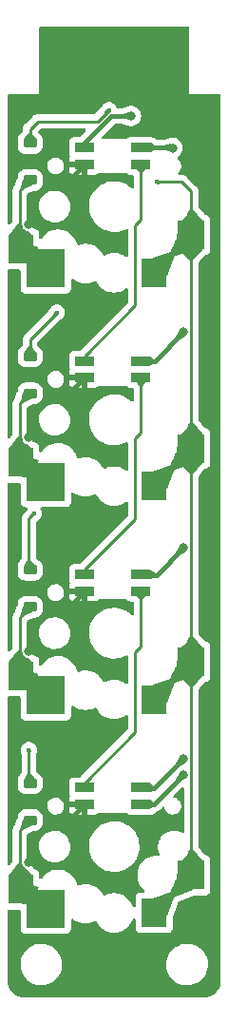
<source format=gbl>
G04 #@! TF.GenerationSoftware,KiCad,Pcbnew,7.0.8*
G04 #@! TF.CreationDate,2023-10-22T00:47:00-07:00*
G04 #@! TF.ProjectId,Seismos_4-Key,53656973-6d6f-4735-9f34-2d4b65792e6b,rev?*
G04 #@! TF.SameCoordinates,Original*
G04 #@! TF.FileFunction,Copper,L2,Bot*
G04 #@! TF.FilePolarity,Positive*
%FSLAX46Y46*%
G04 Gerber Fmt 4.6, Leading zero omitted, Abs format (unit mm)*
G04 Created by KiCad (PCBNEW 7.0.8) date 2023-10-22 00:47:00*
%MOMM*%
%LPD*%
G01*
G04 APERTURE LIST*
G04 Aperture macros list*
%AMRoundRect*
0 Rectangle with rounded corners*
0 $1 Rounding radius*
0 $2 $3 $4 $5 $6 $7 $8 $9 X,Y pos of 4 corners*
0 Add a 4 corners polygon primitive as box body*
4,1,4,$2,$3,$4,$5,$6,$7,$8,$9,$2,$3,0*
0 Add four circle primitives for the rounded corners*
1,1,$1+$1,$2,$3*
1,1,$1+$1,$4,$5*
1,1,$1+$1,$6,$7*
1,1,$1+$1,$8,$9*
0 Add four rect primitives between the rounded corners*
20,1,$1+$1,$2,$3,$4,$5,0*
20,1,$1+$1,$4,$5,$6,$7,0*
20,1,$1+$1,$6,$7,$8,$9,0*
20,1,$1+$1,$8,$9,$2,$3,0*%
G04 Aperture macros list end*
G04 #@! TA.AperFunction,SMDPad,CuDef*
%ADD10R,1.750000X0.812800*%
G04 #@! TD*
G04 #@! TA.AperFunction,SMDPad,CuDef*
%ADD11R,2.300000X2.600000*%
G04 #@! TD*
G04 #@! TA.AperFunction,SMDPad,CuDef*
%ADD12R,3.500000X3.500000*%
G04 #@! TD*
G04 #@! TA.AperFunction,SMDPad,CuDef*
%ADD13R,2.400000X2.600000*%
G04 #@! TD*
G04 #@! TA.AperFunction,SMDPad,CuDef*
%ADD14RoundRect,0.225000X-0.375000X0.225000X-0.375000X-0.225000X0.375000X-0.225000X0.375000X0.225000X0*%
G04 #@! TD*
G04 #@! TA.AperFunction,ViaPad*
%ADD15C,0.800000*%
G04 #@! TD*
G04 #@! TA.AperFunction,ViaPad*
%ADD16C,0.400000*%
G04 #@! TD*
G04 #@! TA.AperFunction,Conductor*
%ADD17C,0.254000*%
G04 #@! TD*
G04 #@! TA.AperFunction,Conductor*
%ADD18C,0.381000*%
G04 #@! TD*
G04 APERTURE END LIST*
D10*
X49378000Y-54754900D03*
D11*
X38660000Y-63800000D03*
X50560000Y-65900000D03*
D10*
X44348100Y-54754900D03*
X49378000Y-56253500D03*
X44348100Y-56253500D03*
D12*
X40910000Y-65515000D03*
D13*
X53860000Y-62540000D03*
D10*
X49378000Y-35754900D03*
D11*
X38660000Y-44800000D03*
X50560000Y-46900000D03*
D10*
X44348100Y-35754900D03*
X49378000Y-37253500D03*
X44348100Y-37253500D03*
D12*
X40910000Y-46515000D03*
D13*
X53860000Y-43540000D03*
D10*
X49378000Y-73754900D03*
D11*
X38660000Y-82800000D03*
X50560000Y-84900000D03*
D10*
X44348100Y-73754900D03*
X49378000Y-75253500D03*
X44348100Y-75253500D03*
D12*
X40910000Y-84515000D03*
D13*
X53860000Y-81540000D03*
D10*
X49378000Y-92754900D03*
D11*
X38660000Y-101800000D03*
X50560000Y-103900000D03*
D10*
X44348100Y-92754900D03*
X49378000Y-94253500D03*
X44348100Y-94253500D03*
D12*
X40910000Y-103515000D03*
D13*
X53860000Y-100540000D03*
D14*
X39500000Y-54350000D03*
X39500000Y-57650000D03*
X39500000Y-92350000D03*
X39500000Y-95650000D03*
X39500000Y-35350000D03*
X39500000Y-38650000D03*
X39500000Y-73350000D03*
X39500000Y-76650000D03*
D15*
X42575000Y-51600000D03*
X39400000Y-42600000D03*
X39400000Y-61600000D03*
X39400000Y-80600000D03*
X39400000Y-99400000D03*
D16*
X46530702Y-32400920D03*
X41900000Y-50450000D03*
X39844000Y-68347219D03*
X39400000Y-89400000D03*
D15*
X48500000Y-32950000D03*
D16*
X50800000Y-38800000D03*
D15*
X53160500Y-90200000D03*
X52200000Y-35800000D03*
X53160500Y-52200000D03*
X53160500Y-71400000D03*
X53160500Y-91600000D03*
D17*
X38600000Y-39550000D02*
X38600000Y-44205000D01*
X39500000Y-38650000D02*
X38600000Y-39550000D01*
X38600000Y-44205000D02*
X40910000Y-46515000D01*
X38600000Y-58550000D02*
X38600000Y-63205000D01*
X38600000Y-63205000D02*
X40910000Y-65515000D01*
X39500000Y-57650000D02*
X38600000Y-58550000D01*
X39500000Y-76650000D02*
X38600000Y-77550000D01*
X38600000Y-77550000D02*
X38600000Y-82205000D01*
X38600000Y-82205000D02*
X40910000Y-84515000D01*
X38600000Y-101205000D02*
X40910000Y-103515000D01*
X38600000Y-96550000D02*
X38600000Y-101205000D01*
X39500000Y-95650000D02*
X38600000Y-96550000D01*
X49378000Y-42172000D02*
X48877000Y-42673000D01*
X49378000Y-37253500D02*
X49378000Y-42172000D01*
X44348100Y-54348500D02*
X44348100Y-54754900D01*
X48877000Y-42673000D02*
X48877000Y-49819600D01*
X48877000Y-49819600D02*
X44348100Y-54348500D01*
D18*
X42576600Y-39025000D02*
X41050000Y-39025000D01*
X41050000Y-77025000D02*
X39400000Y-78675000D01*
X39400000Y-97675000D02*
X39400000Y-99400000D01*
X44348100Y-37253500D02*
X42576600Y-39025000D01*
X39400000Y-59675000D02*
X39400000Y-61400000D01*
X41050000Y-96025000D02*
X39400000Y-97675000D01*
X39400000Y-40675000D02*
X39400000Y-42400000D01*
X41050000Y-58025000D02*
X39400000Y-59675000D01*
X42576600Y-58025000D02*
X41050000Y-58025000D01*
X44348100Y-94253500D02*
X42576600Y-96025000D01*
X41050000Y-39025000D02*
X39400000Y-40675000D01*
X42576600Y-96025000D02*
X41050000Y-96025000D01*
X42576600Y-77025000D02*
X41050000Y-77025000D01*
X39400000Y-78675000D02*
X39400000Y-80400000D01*
X44348100Y-56253500D02*
X42576600Y-58025000D01*
X44348100Y-75253500D02*
X42576600Y-77025000D01*
D17*
X44348100Y-73348500D02*
X44348100Y-73754900D01*
X49378000Y-56253500D02*
X49378000Y-61172000D01*
X49378000Y-61172000D02*
X48877000Y-61673000D01*
X48877000Y-61673000D02*
X48877000Y-68819600D01*
X48877000Y-68819600D02*
X44348100Y-73348500D01*
X44348100Y-92348500D02*
X44348100Y-92754900D01*
X48877000Y-80673000D02*
X48877000Y-87819600D01*
X48877000Y-87819600D02*
X44348100Y-92348500D01*
X49378000Y-80172000D02*
X48877000Y-80673000D01*
X49378000Y-75253500D02*
X49378000Y-80172000D01*
X40172568Y-33427432D02*
X39500000Y-34100000D01*
X39500000Y-34100000D02*
X39500000Y-35350000D01*
X46530702Y-32400920D02*
X45504190Y-33427432D01*
X45504190Y-33427432D02*
X40172568Y-33427432D01*
X41900000Y-50450000D02*
X39500000Y-52850000D01*
X39500000Y-52850000D02*
X39500000Y-54350000D01*
X39844000Y-68347219D02*
X39400000Y-68791219D01*
X39400000Y-73250000D02*
X39500000Y-73350000D01*
X39400000Y-68791219D02*
X39400000Y-73250000D01*
X39400000Y-89400000D02*
X39400000Y-92250000D01*
X39400000Y-92250000D02*
X39500000Y-92350000D01*
D18*
X48500000Y-32950000D02*
X46746600Y-32950000D01*
X46746600Y-32950000D02*
X44348100Y-35348500D01*
X44348100Y-35348500D02*
X44348100Y-35754900D01*
D17*
X53860000Y-62540000D02*
X53860000Y-81540000D01*
X53860000Y-100600000D02*
X50560000Y-103900000D01*
X53860000Y-43540000D02*
X53860000Y-62540000D01*
X53860000Y-62600000D02*
X50560000Y-65900000D01*
X53860000Y-81600000D02*
X50560000Y-84900000D01*
X50800000Y-38800000D02*
X53000000Y-38800000D01*
X53860000Y-39660000D02*
X53860000Y-43540000D01*
X53860000Y-43600000D02*
X50560000Y-46900000D01*
X53000000Y-38800000D02*
X53860000Y-39660000D01*
X53860000Y-100540000D02*
X53860000Y-81540000D01*
X53860000Y-100540000D02*
X53860000Y-100600000D01*
X53860000Y-81540000D02*
X53860000Y-81600000D01*
D18*
X52154900Y-35754900D02*
X49378000Y-35754900D01*
X50760500Y-73800000D02*
X49400000Y-73800000D01*
X50605600Y-54754900D02*
X49378000Y-54754900D01*
X52200000Y-35800000D02*
X52154900Y-35754900D01*
X53160500Y-52200000D02*
X50605600Y-54754900D01*
X50560500Y-92800000D02*
X49400000Y-92800000D01*
X53160500Y-71400000D02*
X50760500Y-73800000D01*
X53160500Y-90200000D02*
X50560500Y-92800000D01*
X53160500Y-91600000D02*
X50507000Y-94253500D01*
X50507000Y-94253500D02*
X49378000Y-94253500D01*
G04 #@! TA.AperFunction,Conductor*
G36*
X53642539Y-25020185D02*
G01*
X53688294Y-25072989D01*
X53699500Y-25124500D01*
X53699500Y-30975467D01*
X53699416Y-30975889D01*
X53699459Y-31000001D01*
X53699500Y-31000099D01*
X53699616Y-31000382D01*
X53699618Y-31000384D01*
X53699808Y-31000462D01*
X53700000Y-31000541D01*
X53700002Y-31000539D01*
X53724616Y-31000524D01*
X53724616Y-31000528D01*
X53724760Y-31000500D01*
X56375500Y-31000500D01*
X56442539Y-31020185D01*
X56488294Y-31072989D01*
X56499500Y-31124500D01*
X56499500Y-109937121D01*
X56499342Y-109941547D01*
X56494397Y-110010658D01*
X56483002Y-110155690D01*
X56481774Y-110164023D01*
X56460700Y-110260899D01*
X56433250Y-110375226D01*
X56431051Y-110382426D01*
X56394610Y-110480124D01*
X56351227Y-110584852D01*
X56348361Y-110590842D01*
X56298058Y-110682963D01*
X56296505Y-110685646D01*
X56238774Y-110779849D01*
X56235543Y-110784611D01*
X56172178Y-110869254D01*
X56169689Y-110872365D01*
X56098352Y-110955888D01*
X56095046Y-110959464D01*
X56020139Y-111034368D01*
X56016563Y-111037674D01*
X55933016Y-111109028D01*
X55929905Y-111111517D01*
X55845299Y-111174851D01*
X55840536Y-111178083D01*
X55746279Y-111235843D01*
X55743596Y-111237397D01*
X55651513Y-111287676D01*
X55645522Y-111290541D01*
X55540768Y-111333932D01*
X55538583Y-111334748D01*
X55443100Y-111370359D01*
X55435902Y-111372556D01*
X55321544Y-111400012D01*
X55224667Y-111421086D01*
X55216344Y-111422313D01*
X55075209Y-111433421D01*
X55001648Y-111438682D01*
X54997224Y-111438840D01*
X39002214Y-111438840D01*
X38997792Y-111438682D01*
X38931965Y-111433974D01*
X38783087Y-111422231D01*
X38774774Y-111421004D01*
X38682069Y-111400838D01*
X38563469Y-111372365D01*
X38556269Y-111370167D01*
X38461307Y-111334748D01*
X38354577Y-111290541D01*
X38353804Y-111290221D01*
X38347817Y-111287356D01*
X38257765Y-111238184D01*
X38255084Y-111236632D01*
X38158762Y-111177608D01*
X38153999Y-111174376D01*
X38071048Y-111112281D01*
X38067952Y-111109805D01*
X37982688Y-111036984D01*
X37979123Y-111033689D01*
X37905639Y-110960205D01*
X37902333Y-110956629D01*
X37868050Y-110916490D01*
X37829525Y-110871384D01*
X37827039Y-110868277D01*
X37764945Y-110785331D01*
X37761719Y-110780577D01*
X37702662Y-110684210D01*
X37701143Y-110681586D01*
X37651958Y-110591513D01*
X37649093Y-110585524D01*
X37604569Y-110478041D01*
X37599725Y-110465054D01*
X37569131Y-110383036D01*
X37566952Y-110375897D01*
X37538465Y-110257251D01*
X37533193Y-110233020D01*
X37518302Y-110164575D01*
X37517078Y-110156269D01*
X37505041Y-110003380D01*
X37500658Y-109942119D01*
X37500500Y-109937694D01*
X37500500Y-108567763D01*
X38645787Y-108567763D01*
X38675413Y-108837013D01*
X38675415Y-108837024D01*
X38743926Y-109099082D01*
X38743928Y-109099088D01*
X38849870Y-109348390D01*
X38921998Y-109466575D01*
X38990979Y-109579605D01*
X38990986Y-109579615D01*
X39164253Y-109787819D01*
X39164259Y-109787824D01*
X39365998Y-109968582D01*
X39591910Y-110118044D01*
X39837176Y-110233020D01*
X39837183Y-110233022D01*
X39837185Y-110233023D01*
X40096557Y-110311057D01*
X40096564Y-110311058D01*
X40096569Y-110311060D01*
X40364561Y-110350500D01*
X40364566Y-110350500D01*
X40567636Y-110350500D01*
X40619133Y-110346730D01*
X40770156Y-110335677D01*
X40882758Y-110310593D01*
X41034546Y-110276782D01*
X41034548Y-110276781D01*
X41034553Y-110276780D01*
X41287558Y-110180014D01*
X41523777Y-110047441D01*
X41738177Y-109881888D01*
X41926186Y-109686881D01*
X42083799Y-109466579D01*
X42157787Y-109322669D01*
X42207649Y-109225690D01*
X42207651Y-109225684D01*
X42207656Y-109225675D01*
X42295118Y-108969305D01*
X42344319Y-108702933D01*
X42349259Y-108567763D01*
X51645787Y-108567763D01*
X51675413Y-108837013D01*
X51675415Y-108837024D01*
X51743926Y-109099082D01*
X51743928Y-109099088D01*
X51849870Y-109348390D01*
X51921998Y-109466575D01*
X51990979Y-109579605D01*
X51990986Y-109579615D01*
X52164253Y-109787819D01*
X52164259Y-109787824D01*
X52365998Y-109968582D01*
X52591910Y-110118044D01*
X52837176Y-110233020D01*
X52837183Y-110233022D01*
X52837185Y-110233023D01*
X53096557Y-110311057D01*
X53096564Y-110311058D01*
X53096569Y-110311060D01*
X53364561Y-110350500D01*
X53364566Y-110350500D01*
X53567636Y-110350500D01*
X53619133Y-110346730D01*
X53770156Y-110335677D01*
X53882758Y-110310593D01*
X54034546Y-110276782D01*
X54034548Y-110276781D01*
X54034553Y-110276780D01*
X54287558Y-110180014D01*
X54523777Y-110047441D01*
X54738177Y-109881888D01*
X54926186Y-109686881D01*
X55083799Y-109466579D01*
X55157787Y-109322669D01*
X55207649Y-109225690D01*
X55207651Y-109225684D01*
X55207656Y-109225675D01*
X55295118Y-108969305D01*
X55344319Y-108702933D01*
X55354212Y-108432235D01*
X55324586Y-108162982D01*
X55256072Y-107900912D01*
X55150130Y-107651610D01*
X55009018Y-107420390D01*
X54919747Y-107313119D01*
X54835746Y-107212180D01*
X54835740Y-107212175D01*
X54634002Y-107031418D01*
X54408092Y-106881957D01*
X54408090Y-106881956D01*
X54162824Y-106766980D01*
X54162819Y-106766978D01*
X54162814Y-106766976D01*
X53903442Y-106688942D01*
X53903428Y-106688939D01*
X53787791Y-106671921D01*
X53635439Y-106649500D01*
X53432369Y-106649500D01*
X53432364Y-106649500D01*
X53229844Y-106664323D01*
X53229831Y-106664325D01*
X52965453Y-106723217D01*
X52965446Y-106723220D01*
X52712439Y-106819987D01*
X52476226Y-106952557D01*
X52261822Y-107118112D01*
X52073822Y-107313109D01*
X52073816Y-107313116D01*
X51916202Y-107533419D01*
X51916199Y-107533424D01*
X51792350Y-107774309D01*
X51792343Y-107774327D01*
X51704884Y-108030685D01*
X51704881Y-108030699D01*
X51655681Y-108297068D01*
X51655680Y-108297075D01*
X51645787Y-108567763D01*
X42349259Y-108567763D01*
X42354212Y-108432235D01*
X42324586Y-108162982D01*
X42256072Y-107900912D01*
X42150130Y-107651610D01*
X42009018Y-107420390D01*
X41919747Y-107313119D01*
X41835746Y-107212180D01*
X41835740Y-107212175D01*
X41634002Y-107031418D01*
X41408092Y-106881957D01*
X41408090Y-106881956D01*
X41162824Y-106766980D01*
X41162819Y-106766978D01*
X41162814Y-106766976D01*
X40903442Y-106688942D01*
X40903428Y-106688939D01*
X40787791Y-106671921D01*
X40635439Y-106649500D01*
X40432369Y-106649500D01*
X40432364Y-106649500D01*
X40229844Y-106664323D01*
X40229831Y-106664325D01*
X39965453Y-106723217D01*
X39965446Y-106723220D01*
X39712439Y-106819987D01*
X39476226Y-106952557D01*
X39261822Y-107118112D01*
X39073822Y-107313109D01*
X39073816Y-107313116D01*
X38916202Y-107533419D01*
X38916199Y-107533424D01*
X38792350Y-107774309D01*
X38792343Y-107774327D01*
X38704884Y-108030685D01*
X38704881Y-108030699D01*
X38655681Y-108297068D01*
X38655680Y-108297075D01*
X38645787Y-108567763D01*
X37500500Y-108567763D01*
X37500500Y-103732500D01*
X37520185Y-103665461D01*
X37572989Y-103619706D01*
X37624500Y-103608500D01*
X38527500Y-103608500D01*
X38594539Y-103628185D01*
X38640294Y-103680989D01*
X38651500Y-103732500D01*
X38651500Y-105313654D01*
X38658011Y-105374202D01*
X38658011Y-105374204D01*
X38698057Y-105481567D01*
X38709111Y-105511204D01*
X38796739Y-105628261D01*
X38913796Y-105715889D01*
X39050799Y-105766989D01*
X39078050Y-105769918D01*
X39111345Y-105773499D01*
X39111362Y-105773500D01*
X42708638Y-105773500D01*
X42708654Y-105773499D01*
X42735692Y-105770591D01*
X42769201Y-105766989D01*
X42906204Y-105715889D01*
X43023261Y-105628261D01*
X43110889Y-105511204D01*
X43161989Y-105374201D01*
X43165591Y-105340692D01*
X43168499Y-105313654D01*
X43168500Y-105313637D01*
X43168500Y-104546524D01*
X43188185Y-104479485D01*
X43240989Y-104433730D01*
X43310147Y-104423786D01*
X43369810Y-104449575D01*
X43471143Y-104530386D01*
X43698357Y-104661568D01*
X43942584Y-104757420D01*
X44198370Y-104815802D01*
X44198376Y-104815802D01*
X44198379Y-104815803D01*
X44394500Y-104830500D01*
X44394506Y-104830500D01*
X44525500Y-104830500D01*
X44721620Y-104815803D01*
X44721622Y-104815802D01*
X44721630Y-104815802D01*
X44977416Y-104757420D01*
X45221643Y-104661568D01*
X45221646Y-104661566D01*
X45221647Y-104661566D01*
X45264118Y-104637045D01*
X45332018Y-104620571D01*
X45398045Y-104643423D01*
X45437839Y-104690630D01*
X45479767Y-104777695D01*
X45479768Y-104777697D01*
X45479770Y-104777700D01*
X45479772Y-104777704D01*
X45505747Y-104815802D01*
X45627567Y-104994479D01*
X45806014Y-105186801D01*
X45806018Y-105186804D01*
X45806019Y-105186805D01*
X46011143Y-105350386D01*
X46238357Y-105481568D01*
X46482584Y-105577420D01*
X46738370Y-105635802D01*
X46738376Y-105635802D01*
X46738379Y-105635803D01*
X46934500Y-105650500D01*
X46934506Y-105650500D01*
X47065500Y-105650500D01*
X47261620Y-105635803D01*
X47261622Y-105635802D01*
X47261630Y-105635802D01*
X47517416Y-105577420D01*
X47761643Y-105481568D01*
X47988857Y-105350386D01*
X48193981Y-105186805D01*
X48372433Y-104994479D01*
X48520228Y-104777704D01*
X48634063Y-104541323D01*
X48659010Y-104460446D01*
X48697579Y-104402189D01*
X48761524Y-104374032D01*
X48830541Y-104384915D01*
X48882717Y-104431383D01*
X48901500Y-104496998D01*
X48901500Y-105248654D01*
X48908011Y-105309202D01*
X48908011Y-105309204D01*
X48932255Y-105374202D01*
X48959111Y-105446204D01*
X49046739Y-105563261D01*
X49163796Y-105650889D01*
X49300799Y-105701989D01*
X49328050Y-105704918D01*
X49361345Y-105708499D01*
X49361362Y-105708500D01*
X51758638Y-105708500D01*
X51758654Y-105708499D01*
X51785692Y-105705591D01*
X51819201Y-105701989D01*
X51956204Y-105650889D01*
X52073261Y-105563261D01*
X52160889Y-105446204D01*
X52210334Y-105313638D01*
X52211988Y-105309204D01*
X52211988Y-105309203D01*
X52211989Y-105309201D01*
X52215591Y-105275692D01*
X52218499Y-105248654D01*
X52218500Y-105248637D01*
X52218500Y-104297522D01*
X52227064Y-104252240D01*
X52416697Y-103768818D01*
X52751417Y-102915532D01*
X52794221Y-102860315D01*
X52821969Y-102845227D01*
X54079881Y-102356905D01*
X54124755Y-102348500D01*
X55108638Y-102348500D01*
X55108654Y-102348499D01*
X55135692Y-102345591D01*
X55169201Y-102341989D01*
X55306204Y-102290889D01*
X55423261Y-102203261D01*
X55510889Y-102086204D01*
X55561989Y-101949201D01*
X55565591Y-101915692D01*
X55568499Y-101888654D01*
X55568500Y-101888637D01*
X55568500Y-99191362D01*
X55568499Y-99191345D01*
X55565157Y-99160270D01*
X55561989Y-99130799D01*
X55510889Y-98993796D01*
X55423261Y-98876739D01*
X55306204Y-98789111D01*
X55169203Y-98738011D01*
X55144838Y-98735391D01*
X55080287Y-98708651D01*
X55064684Y-98693651D01*
X54526088Y-98076702D01*
X54496828Y-98013254D01*
X54495500Y-97995153D01*
X54495500Y-84084845D01*
X54515185Y-84017806D01*
X54526088Y-84003296D01*
X54602701Y-83915538D01*
X55064684Y-83386346D01*
X55123600Y-83348792D01*
X55144831Y-83344608D01*
X55169201Y-83341989D01*
X55306204Y-83290889D01*
X55423261Y-83203261D01*
X55510889Y-83086204D01*
X55561989Y-82949201D01*
X55565591Y-82915692D01*
X55568499Y-82888654D01*
X55568500Y-82888637D01*
X55568500Y-80191362D01*
X55568499Y-80191345D01*
X55565157Y-80160270D01*
X55561989Y-80130799D01*
X55510889Y-79993796D01*
X55423261Y-79876739D01*
X55306204Y-79789111D01*
X55169203Y-79738011D01*
X55144838Y-79735391D01*
X55080287Y-79708651D01*
X55064684Y-79693651D01*
X54526088Y-79076702D01*
X54496828Y-79013254D01*
X54495500Y-78995153D01*
X54495500Y-65084845D01*
X54515185Y-65017806D01*
X54526088Y-65003296D01*
X54602701Y-64915538D01*
X55064684Y-64386346D01*
X55123600Y-64348792D01*
X55144831Y-64344608D01*
X55169201Y-64341989D01*
X55306204Y-64290889D01*
X55423261Y-64203261D01*
X55510889Y-64086204D01*
X55561989Y-63949201D01*
X55565591Y-63915692D01*
X55568499Y-63888654D01*
X55568500Y-63888637D01*
X55568500Y-61191362D01*
X55568499Y-61191345D01*
X55565157Y-61160270D01*
X55561989Y-61130799D01*
X55510889Y-60993796D01*
X55423261Y-60876739D01*
X55306204Y-60789111D01*
X55169203Y-60738011D01*
X55144838Y-60735391D01*
X55080287Y-60708651D01*
X55064684Y-60693651D01*
X54526088Y-60076702D01*
X54496828Y-60013254D01*
X54495500Y-59995153D01*
X54495500Y-46084845D01*
X54515185Y-46017806D01*
X54526088Y-46003296D01*
X54602701Y-45915538D01*
X55064684Y-45386346D01*
X55123600Y-45348792D01*
X55144831Y-45344608D01*
X55169201Y-45341989D01*
X55306204Y-45290889D01*
X55423261Y-45203261D01*
X55510889Y-45086204D01*
X55561989Y-44949201D01*
X55565591Y-44915692D01*
X55568499Y-44888654D01*
X55568500Y-44888637D01*
X55568500Y-42191362D01*
X55568499Y-42191345D01*
X55565157Y-42160270D01*
X55561989Y-42130799D01*
X55510889Y-41993796D01*
X55423261Y-41876739D01*
X55306204Y-41789111D01*
X55169203Y-41738011D01*
X55144838Y-41735391D01*
X55080287Y-41708651D01*
X55064684Y-41693651D01*
X54526088Y-41076702D01*
X54496828Y-41013254D01*
X54495500Y-40995153D01*
X54495500Y-39743851D01*
X54497242Y-39728069D01*
X54496975Y-39728044D01*
X54497707Y-39720288D01*
X54497709Y-39720281D01*
X54495500Y-39649996D01*
X54495500Y-39620017D01*
X54494610Y-39612982D01*
X54494153Y-39607164D01*
X54492665Y-39559795D01*
X54486941Y-39540093D01*
X54482997Y-39521049D01*
X54480427Y-39500701D01*
X54462973Y-39456618D01*
X54461098Y-39451142D01*
X54447869Y-39405607D01*
X54447868Y-39405606D01*
X54447868Y-39405604D01*
X54437428Y-39387952D01*
X54428869Y-39370482D01*
X54421319Y-39351412D01*
X54393468Y-39313080D01*
X54390261Y-39308197D01*
X54369609Y-39273277D01*
X54366135Y-39267402D01*
X54366133Y-39267400D01*
X54366128Y-39267394D01*
X54351633Y-39252899D01*
X54338995Y-39238103D01*
X54333006Y-39229860D01*
X54326942Y-39221513D01*
X54290422Y-39191301D01*
X54286100Y-39187367D01*
X53508658Y-38409925D01*
X53498732Y-38397535D01*
X53498525Y-38397707D01*
X53493552Y-38391696D01*
X53442306Y-38343573D01*
X53421097Y-38322363D01*
X53415492Y-38318015D01*
X53411046Y-38314218D01*
X53376509Y-38281785D01*
X53376501Y-38281780D01*
X53358540Y-38271906D01*
X53342274Y-38261222D01*
X53326064Y-38248648D01*
X53282571Y-38229827D01*
X53277323Y-38227256D01*
X53235805Y-38204432D01*
X53235804Y-38204431D01*
X53235803Y-38204431D01*
X53215937Y-38199330D01*
X53197538Y-38193030D01*
X53178709Y-38184883D01*
X53178708Y-38184882D01*
X53131902Y-38177469D01*
X53126181Y-38176284D01*
X53080283Y-38164500D01*
X53080282Y-38164500D01*
X53059774Y-38164500D01*
X53040376Y-38162973D01*
X53029769Y-38161293D01*
X53020122Y-38159765D01*
X53020121Y-38159764D01*
X52972939Y-38164225D01*
X52967101Y-38164500D01*
X52803083Y-38164500D01*
X52736044Y-38144815D01*
X52690289Y-38092011D01*
X52680345Y-38022853D01*
X52709370Y-37959297D01*
X52712889Y-37955406D01*
X52826089Y-37835421D01*
X52826088Y-37835421D01*
X52826092Y-37835418D01*
X52913812Y-37683481D01*
X52964130Y-37515410D01*
X52974331Y-37340265D01*
X52943865Y-37167489D01*
X52874377Y-37006396D01*
X52769610Y-36865670D01*
X52769609Y-36865669D01*
X52663458Y-36776597D01*
X52624756Y-36718426D01*
X52623648Y-36648565D01*
X52660485Y-36589195D01*
X52670279Y-36581290D01*
X52748359Y-36524561D01*
X52811253Y-36478866D01*
X52939040Y-36336944D01*
X53034527Y-36171556D01*
X53093542Y-35989928D01*
X53113504Y-35800000D01*
X53093542Y-35610072D01*
X53034527Y-35428444D01*
X52939040Y-35263056D01*
X52811253Y-35121134D01*
X52656752Y-35008882D01*
X52482288Y-34931206D01*
X52482286Y-34931205D01*
X52295487Y-34891500D01*
X52104513Y-34891500D01*
X51917713Y-34931205D01*
X51911533Y-34933213D01*
X51911356Y-34932668D01*
X51897692Y-34937083D01*
X51344428Y-35053254D01*
X51318947Y-35055900D01*
X50827637Y-35055900D01*
X50769462Y-35041406D01*
X50508669Y-34902859D01*
X50507009Y-34901806D01*
X50506982Y-34901857D01*
X50497251Y-34896545D01*
X50494215Y-34895180D01*
X50491308Y-34893636D01*
X50475526Y-34885931D01*
X50466065Y-34881705D01*
X50380685Y-34852273D01*
X50377537Y-34851580D01*
X50369196Y-34849119D01*
X50362202Y-34846511D01*
X50301638Y-34840000D01*
X50262861Y-34840000D01*
X50256607Y-34839683D01*
X50246645Y-34838672D01*
X50235273Y-34837518D01*
X50226330Y-34837892D01*
X50226329Y-34837892D01*
X50217430Y-34838742D01*
X50207202Y-34839719D01*
X50201308Y-34840000D01*
X48454345Y-34840000D01*
X48393797Y-34846511D01*
X48393795Y-34846511D01*
X48256795Y-34897611D01*
X48211920Y-34931205D01*
X48142238Y-34983367D01*
X48076777Y-35007784D01*
X48067930Y-35008100D01*
X45976398Y-35008100D01*
X45909359Y-34988415D01*
X45863604Y-34935611D01*
X45853660Y-34866453D01*
X45882685Y-34802897D01*
X45888717Y-34796419D01*
X46999816Y-33685319D01*
X47061139Y-33651834D01*
X47087497Y-33649000D01*
X47595346Y-33649000D01*
X47628421Y-33653492D01*
X48195740Y-33810511D01*
X48213083Y-33816733D01*
X48217712Y-33818794D01*
X48404513Y-33858500D01*
X48595487Y-33858500D01*
X48782288Y-33818794D01*
X48956752Y-33741118D01*
X49111253Y-33628866D01*
X49239040Y-33486944D01*
X49334527Y-33321556D01*
X49393542Y-33139928D01*
X49413504Y-32950000D01*
X49393542Y-32760072D01*
X49334527Y-32578444D01*
X49239040Y-32413056D01*
X49111253Y-32271134D01*
X48956752Y-32158882D01*
X48782288Y-32081206D01*
X48782286Y-32081205D01*
X48595487Y-32041500D01*
X48404513Y-32041500D01*
X48217713Y-32081205D01*
X48217700Y-32081210D01*
X48213081Y-32083266D01*
X48195740Y-32089486D01*
X47687629Y-32230119D01*
X47628417Y-32246507D01*
X47595342Y-32251000D01*
X47317177Y-32251000D01*
X47250138Y-32231315D01*
X47204383Y-32178511D01*
X47201235Y-32170971D01*
X47196651Y-32158883D01*
X47162656Y-32069245D01*
X47064917Y-31927647D01*
X47064915Y-31927645D01*
X47064912Y-31927642D01*
X46936134Y-31813554D01*
X46783781Y-31733593D01*
X46616730Y-31692420D01*
X46444674Y-31692420D01*
X46277622Y-31733593D01*
X46125269Y-31813554D01*
X46125268Y-31813555D01*
X46067158Y-31865035D01*
X46062421Y-31868835D01*
X46058341Y-31871790D01*
X46058325Y-31871804D01*
X46054893Y-31875505D01*
X46050552Y-31879748D01*
X45996484Y-31927649D01*
X45972255Y-31962750D01*
X45961147Y-31976604D01*
X45958959Y-31978963D01*
X45958948Y-31978977D01*
X45752638Y-32277400D01*
X45738321Y-32294566D01*
X45277276Y-32755613D01*
X45215953Y-32789098D01*
X45189595Y-32791932D01*
X40256420Y-32791932D01*
X40240637Y-32790189D01*
X40240612Y-32790457D01*
X40232850Y-32789723D01*
X40232849Y-32789723D01*
X40162565Y-32791932D01*
X40132585Y-32791932D01*
X40132582Y-32791932D01*
X40132567Y-32791933D01*
X40125549Y-32792819D01*
X40119732Y-32793277D01*
X40072368Y-32794766D01*
X40072362Y-32794767D01*
X40052661Y-32800490D01*
X40033622Y-32804432D01*
X40013279Y-32807003D01*
X40013271Y-32807004D01*
X40013269Y-32807005D01*
X40013267Y-32807005D01*
X40013261Y-32807007D01*
X39969213Y-32824446D01*
X39963690Y-32826337D01*
X39918177Y-32839562D01*
X39918175Y-32839562D01*
X39918175Y-32839563D01*
X39900516Y-32850005D01*
X39883051Y-32858561D01*
X39863983Y-32866110D01*
X39863982Y-32866111D01*
X39825638Y-32893969D01*
X39820756Y-32897175D01*
X39779966Y-32921300D01*
X39765470Y-32935796D01*
X39750680Y-32948428D01*
X39734084Y-32960486D01*
X39734080Y-32960489D01*
X39703864Y-32997013D01*
X39699932Y-33001335D01*
X39109921Y-33591344D01*
X39097531Y-33601272D01*
X39097702Y-33601479D01*
X39091696Y-33606447D01*
X39070646Y-33628864D01*
X39043573Y-33657693D01*
X39036503Y-33664763D01*
X39022365Y-33678900D01*
X39022363Y-33678902D01*
X39018008Y-33684516D01*
X39014218Y-33688953D01*
X38981782Y-33723494D01*
X38981781Y-33723496D01*
X38971900Y-33741468D01*
X38961225Y-33757719D01*
X38948652Y-33773929D01*
X38948649Y-33773933D01*
X38929827Y-33817428D01*
X38927257Y-33822674D01*
X38904430Y-33864197D01*
X38899329Y-33884064D01*
X38893030Y-33902462D01*
X38884884Y-33921287D01*
X38884881Y-33921296D01*
X38877469Y-33968098D01*
X38876284Y-33973820D01*
X38864500Y-34019711D01*
X38864500Y-34040225D01*
X38862973Y-34059624D01*
X38859765Y-34079877D01*
X38864225Y-34127059D01*
X38864500Y-34132897D01*
X38864500Y-34243087D01*
X38844815Y-34310126D01*
X38842335Y-34313837D01*
X38706688Y-34509082D01*
X38669958Y-34543865D01*
X38666966Y-34545710D01*
X38666957Y-34545717D01*
X38545715Y-34666959D01*
X38545712Y-34666963D01*
X38455702Y-34812890D01*
X38455697Y-34812901D01*
X38401764Y-34975663D01*
X38391500Y-35076120D01*
X38391500Y-35623879D01*
X38401764Y-35724336D01*
X38455697Y-35887098D01*
X38455702Y-35887109D01*
X38545712Y-36033036D01*
X38545715Y-36033040D01*
X38666959Y-36154284D01*
X38666963Y-36154287D01*
X38812890Y-36244297D01*
X38812893Y-36244298D01*
X38812899Y-36244302D01*
X38975664Y-36298236D01*
X39076128Y-36308500D01*
X39076133Y-36308500D01*
X39923867Y-36308500D01*
X39923872Y-36308500D01*
X40024336Y-36298236D01*
X40187101Y-36244302D01*
X40333040Y-36154285D01*
X40454285Y-36033040D01*
X40544302Y-35887101D01*
X40598236Y-35724336D01*
X40608500Y-35623872D01*
X40608500Y-35076128D01*
X40598236Y-34975664D01*
X40544302Y-34812899D01*
X40544298Y-34812893D01*
X40544297Y-34812890D01*
X40454287Y-34666963D01*
X40454286Y-34666962D01*
X40454285Y-34666960D01*
X40333040Y-34545715D01*
X40333039Y-34545714D01*
X40333038Y-34545713D01*
X40330042Y-34543865D01*
X40293308Y-34509079D01*
X40227972Y-34415036D01*
X40205887Y-34348748D01*
X40223147Y-34281044D01*
X40242125Y-34256606D01*
X40294153Y-34204579D01*
X40399484Y-34099250D01*
X40460807Y-34065766D01*
X40487164Y-34062932D01*
X44345770Y-34062932D01*
X44412809Y-34082617D01*
X44458564Y-34135421D01*
X44468508Y-34204579D01*
X44439483Y-34268135D01*
X44433454Y-34274609D01*
X44164198Y-34543865D01*
X43904382Y-34803681D01*
X43843059Y-34837166D01*
X43816701Y-34840000D01*
X43424445Y-34840000D01*
X43363897Y-34846511D01*
X43363895Y-34846511D01*
X43226895Y-34897611D01*
X43109839Y-34985239D01*
X43022211Y-35102295D01*
X42971111Y-35239295D01*
X42971111Y-35239297D01*
X42964600Y-35299845D01*
X42964600Y-36209954D01*
X42971111Y-36270502D01*
X42971111Y-36270504D01*
X43022211Y-36407504D01*
X43044276Y-36436979D01*
X43068693Y-36502443D01*
X43053842Y-36570716D01*
X43044278Y-36585598D01*
X43029748Y-36605008D01*
X43029745Y-36605013D01*
X42979503Y-36739720D01*
X42979501Y-36739727D01*
X42973100Y-36799255D01*
X42973100Y-37003500D01*
X44474100Y-37003500D01*
X44541139Y-37023185D01*
X44586894Y-37075989D01*
X44598100Y-37127500D01*
X44598100Y-38159900D01*
X45270928Y-38159900D01*
X45270944Y-38159899D01*
X45330472Y-38153498D01*
X45330479Y-38153496D01*
X45465186Y-38103254D01*
X45465188Y-38103252D01*
X45575555Y-38020633D01*
X45641019Y-37996216D01*
X45649866Y-37995900D01*
X48062052Y-37995900D01*
X48129091Y-38015585D01*
X48136363Y-38020633D01*
X48139737Y-38023159D01*
X48139739Y-38023161D01*
X48256796Y-38110789D01*
X48371297Y-38153496D01*
X48388463Y-38159899D01*
X48393799Y-38161889D01*
X48418086Y-38164500D01*
X48454345Y-38168399D01*
X48454362Y-38168400D01*
X48618500Y-38168400D01*
X48685539Y-38188085D01*
X48731294Y-38240889D01*
X48742500Y-38292400D01*
X48742500Y-39257914D01*
X48722815Y-39324953D01*
X48670011Y-39370708D01*
X48600853Y-39380652D01*
X48537297Y-39351627D01*
X48529368Y-39344120D01*
X48512981Y-39327177D01*
X48492127Y-39310709D01*
X48437287Y-39267402D01*
X48276521Y-39140446D01*
X48276517Y-39140443D01*
X48276515Y-39140442D01*
X48017270Y-38986891D01*
X47739872Y-38869264D01*
X47739863Y-38869261D01*
X47449272Y-38789660D01*
X47374616Y-38779620D01*
X47150653Y-38749500D01*
X46924756Y-38749500D01*
X46924748Y-38749500D01*
X46699368Y-38764587D01*
X46699359Y-38764589D01*
X46404094Y-38824604D01*
X46119464Y-38923439D01*
X46119459Y-38923441D01*
X45850546Y-39059328D01*
X45602125Y-39229860D01*
X45378665Y-39431969D01*
X45184132Y-39662064D01*
X45022006Y-39916030D01*
X45022005Y-39916032D01*
X44906842Y-40164205D01*
X44895177Y-40189342D01*
X44895176Y-40189346D01*
X44805907Y-40477118D01*
X44787133Y-40588419D01*
X44755791Y-40774230D01*
X44746249Y-41059654D01*
X44745723Y-41075373D01*
X44775881Y-41375160D01*
X44775882Y-41375162D01*
X44845728Y-41668252D01*
X44845733Y-41668266D01*
X44954020Y-41949427D01*
X44954024Y-41949436D01*
X45098825Y-42213665D01*
X45098829Y-42213671D01*
X45200593Y-42351786D01*
X45277554Y-42456238D01*
X45487020Y-42672824D01*
X45509139Y-42690291D01*
X45723478Y-42859553D01*
X45723480Y-42859554D01*
X45723485Y-42859558D01*
X45982730Y-43013109D01*
X46260128Y-43130736D01*
X46550729Y-43210340D01*
X46849347Y-43250500D01*
X46849351Y-43250500D01*
X47075252Y-43250500D01*
X47239164Y-43239526D01*
X47300634Y-43235412D01*
X47595903Y-43175396D01*
X47880537Y-43076560D01*
X48011404Y-43010430D01*
X48061575Y-42985078D01*
X48130287Y-42972411D01*
X48194939Y-42998904D01*
X48235005Y-43056144D01*
X48241500Y-43095750D01*
X48241500Y-45393601D01*
X48221815Y-45460640D01*
X48169011Y-45506395D01*
X48099853Y-45516339D01*
X48040188Y-45490549D01*
X47988856Y-45449613D01*
X47761643Y-45318432D01*
X47517421Y-45222582D01*
X47517416Y-45222580D01*
X47517411Y-45222578D01*
X47517402Y-45222576D01*
X47299818Y-45172914D01*
X47261630Y-45164198D01*
X47261629Y-45164197D01*
X47261625Y-45164197D01*
X47261620Y-45164196D01*
X47065500Y-45149500D01*
X47065494Y-45149500D01*
X46934506Y-45149500D01*
X46934500Y-45149500D01*
X46738379Y-45164196D01*
X46738374Y-45164197D01*
X46482597Y-45222576D01*
X46482578Y-45222582D01*
X46238363Y-45318429D01*
X46238357Y-45318432D01*
X46195877Y-45342957D01*
X46127977Y-45359427D01*
X46061951Y-45336574D01*
X46022160Y-45289369D01*
X45980232Y-45202303D01*
X45980231Y-45202302D01*
X45980230Y-45202301D01*
X45980228Y-45202296D01*
X45832433Y-44985521D01*
X45742554Y-44888654D01*
X45653985Y-44793198D01*
X45614533Y-44761736D01*
X45448857Y-44629614D01*
X45221643Y-44498432D01*
X44977416Y-44402580D01*
X44977411Y-44402578D01*
X44977402Y-44402576D01*
X44759818Y-44352914D01*
X44721630Y-44344198D01*
X44721629Y-44344197D01*
X44721625Y-44344197D01*
X44721620Y-44344196D01*
X44525500Y-44329500D01*
X44525494Y-44329500D01*
X44394506Y-44329500D01*
X44394500Y-44329500D01*
X44198379Y-44344196D01*
X44198374Y-44344197D01*
X43942585Y-44402579D01*
X43858890Y-44435426D01*
X43789293Y-44441593D01*
X43727410Y-44409155D01*
X43695098Y-44356547D01*
X43676826Y-44297311D01*
X43634063Y-44158677D01*
X43594461Y-44076442D01*
X43520232Y-43922303D01*
X43520231Y-43922302D01*
X43520230Y-43922301D01*
X43520228Y-43922296D01*
X43372433Y-43705521D01*
X43362441Y-43694753D01*
X43193985Y-43513198D01*
X43116445Y-43451362D01*
X42988857Y-43349614D01*
X42761643Y-43218432D01*
X42517416Y-43122580D01*
X42517411Y-43122578D01*
X42517402Y-43122576D01*
X42299818Y-43072914D01*
X42261630Y-43064198D01*
X42261629Y-43064197D01*
X42261625Y-43064197D01*
X42261620Y-43064196D01*
X42065500Y-43049500D01*
X42065494Y-43049500D01*
X41934506Y-43049500D01*
X41934500Y-43049500D01*
X41738379Y-43064196D01*
X41738374Y-43064197D01*
X41482597Y-43122576D01*
X41482578Y-43122582D01*
X41238356Y-43218432D01*
X41011143Y-43349614D01*
X40806014Y-43513198D01*
X40627567Y-43705520D01*
X40592578Y-43756841D01*
X40544952Y-43826694D01*
X40490925Y-43870995D01*
X40421521Y-43879054D01*
X40358779Y-43848311D01*
X40322617Y-43788527D01*
X40318500Y-43756841D01*
X40318500Y-43451362D01*
X40318499Y-43451345D01*
X40315157Y-43420270D01*
X40311989Y-43390799D01*
X40260889Y-43253796D01*
X40173261Y-43136739D01*
X40102921Y-43084083D01*
X40056206Y-43049112D01*
X40056204Y-43049111D01*
X39919201Y-42998011D01*
X39919196Y-42998010D01*
X39919194Y-42998010D01*
X39907012Y-42996700D01*
X39842461Y-42969961D01*
X39828075Y-42956333D01*
X39741237Y-42859784D01*
X39717011Y-42834624D01*
X39598704Y-42748821D01*
X39598699Y-42748818D01*
X39598695Y-42748815D01*
X39597377Y-42748121D01*
X39591523Y-42745038D01*
X39560017Y-42729796D01*
X39560013Y-42729795D01*
X39419296Y-42690291D01*
X39416919Y-42689978D01*
X39416184Y-42689652D01*
X39414961Y-42689402D01*
X39415015Y-42689135D01*
X39353026Y-42661705D01*
X39314560Y-42603376D01*
X39309140Y-42564675D01*
X39309331Y-42554660D01*
X39305265Y-42534289D01*
X39280719Y-42411329D01*
X39277734Y-42402886D01*
X39277729Y-42402873D01*
X39277729Y-42402872D01*
X39256673Y-42352136D01*
X39256671Y-42352132D01*
X39256440Y-42351786D01*
X39256374Y-42351576D01*
X39253796Y-42346760D01*
X39254709Y-42346271D01*
X39235521Y-42285122D01*
X39235500Y-42282832D01*
X39235500Y-40940346D01*
X40295702Y-40940346D01*
X40305819Y-41178528D01*
X40305819Y-41178532D01*
X40356045Y-41411580D01*
X40440877Y-41622689D01*
X40444936Y-41632790D01*
X40569931Y-41835795D01*
X40727436Y-42014755D01*
X40912920Y-42164523D01*
X41121046Y-42280790D01*
X41306375Y-42346271D01*
X41345829Y-42360211D01*
X41580790Y-42400499D01*
X41580798Y-42400499D01*
X41580800Y-42400500D01*
X41580801Y-42400500D01*
X41759502Y-42400500D01*
X41937536Y-42385347D01*
X41937539Y-42385346D01*
X41937541Y-42385346D01*
X42168249Y-42325275D01*
X42311894Y-42260343D01*
X42385480Y-42227080D01*
X42385481Y-42227078D01*
X42385486Y-42227077D01*
X42583003Y-42093579D01*
X42755118Y-41928621D01*
X42896879Y-41736947D01*
X43004207Y-41524074D01*
X43074016Y-41296123D01*
X43104298Y-41059654D01*
X43094180Y-40821468D01*
X43083999Y-40774230D01*
X43043954Y-40588419D01*
X42955064Y-40367211D01*
X42955064Y-40367210D01*
X42830069Y-40164205D01*
X42672564Y-39985245D01*
X42487080Y-39835477D01*
X42373130Y-39771820D01*
X42278955Y-39719210D01*
X42054170Y-39639788D01*
X41819209Y-39599500D01*
X41819200Y-39599500D01*
X41640503Y-39599500D01*
X41640498Y-39599500D01*
X41462463Y-39614652D01*
X41231751Y-39674724D01*
X41014519Y-39772919D01*
X41014511Y-39772924D01*
X40817006Y-39906413D01*
X40816997Y-39906421D01*
X40644881Y-40071379D01*
X40503123Y-40263050D01*
X40503120Y-40263054D01*
X40395796Y-40475920D01*
X40395793Y-40475926D01*
X40325983Y-40703878D01*
X40295702Y-40940346D01*
X39235500Y-40940346D01*
X39235500Y-39954509D01*
X39255185Y-39887470D01*
X39307299Y-39842032D01*
X39785688Y-39620021D01*
X39837887Y-39608500D01*
X39923867Y-39608500D01*
X39923872Y-39608500D01*
X40024336Y-39598236D01*
X40187101Y-39544302D01*
X40333040Y-39454285D01*
X40454285Y-39333040D01*
X40544302Y-39187101D01*
X40598236Y-39024336D01*
X40608500Y-38923872D01*
X40608500Y-38376128D01*
X40598236Y-38275664D01*
X40544302Y-38112899D01*
X40544298Y-38112893D01*
X40544297Y-38112890D01*
X40454287Y-37966963D01*
X40454284Y-37966959D01*
X40333040Y-37845715D01*
X40333036Y-37845712D01*
X40187109Y-37755702D01*
X40187103Y-37755699D01*
X40187101Y-37755698D01*
X40024336Y-37701764D01*
X39923879Y-37691500D01*
X39923872Y-37691500D01*
X39076128Y-37691500D01*
X39076120Y-37691500D01*
X38975663Y-37701764D01*
X38812901Y-37755697D01*
X38812890Y-37755702D01*
X38666963Y-37845712D01*
X38666959Y-37845715D01*
X38545715Y-37966959D01*
X38545712Y-37966963D01*
X38455702Y-38112890D01*
X38455697Y-38112901D01*
X38401764Y-38275663D01*
X38391500Y-38376120D01*
X38391500Y-38491071D01*
X38384552Y-38531995D01*
X38215495Y-39015533D01*
X38188836Y-39059492D01*
X38143573Y-39107693D01*
X38122366Y-39128900D01*
X38122363Y-39128902D01*
X38118008Y-39134516D01*
X38114218Y-39138953D01*
X38081782Y-39173494D01*
X38081781Y-39173496D01*
X38071900Y-39191468D01*
X38061225Y-39207719D01*
X38048652Y-39223929D01*
X38048649Y-39223933D01*
X38029827Y-39267428D01*
X38027257Y-39272674D01*
X38004430Y-39314197D01*
X37999329Y-39334064D01*
X37993030Y-39352462D01*
X37984884Y-39371287D01*
X37984881Y-39371296D01*
X37977469Y-39418098D01*
X37976284Y-39423820D01*
X37964500Y-39469711D01*
X37964500Y-39490225D01*
X37962972Y-39509624D01*
X37959765Y-39529879D01*
X37962593Y-39559795D01*
X37964225Y-39577059D01*
X37964500Y-39582897D01*
X37964500Y-42260343D01*
X37944815Y-42327382D01*
X37935108Y-42340501D01*
X37719108Y-42595439D01*
X37660753Y-42633863D01*
X37590887Y-42634638D01*
X37531694Y-42597518D01*
X37501965Y-42534289D01*
X37500500Y-42515281D01*
X37500500Y-37428133D01*
X41025668Y-37428133D01*
X41041058Y-37515410D01*
X41056135Y-37600911D01*
X41125623Y-37762004D01*
X41125624Y-37762006D01*
X41125626Y-37762009D01*
X41229836Y-37901986D01*
X41230390Y-37902730D01*
X41364786Y-38015502D01*
X41442488Y-38054525D01*
X41521562Y-38094238D01*
X41521563Y-38094238D01*
X41521567Y-38094240D01*
X41692279Y-38134700D01*
X41692282Y-38134700D01*
X41823701Y-38134700D01*
X41823709Y-38134700D01*
X41954255Y-38119441D01*
X42119117Y-38059437D01*
X42265696Y-37963030D01*
X42386092Y-37835418D01*
X42473812Y-37683481D01*
X42524130Y-37515410D01*
X42524824Y-37503500D01*
X42973100Y-37503500D01*
X42973100Y-37707744D01*
X42979501Y-37767272D01*
X42979503Y-37767279D01*
X43029745Y-37901986D01*
X43029749Y-37901993D01*
X43115909Y-38017087D01*
X43115912Y-38017090D01*
X43231006Y-38103250D01*
X43231013Y-38103254D01*
X43365720Y-38153496D01*
X43365727Y-38153498D01*
X43425255Y-38159899D01*
X43425272Y-38159900D01*
X44098100Y-38159900D01*
X44098100Y-37503500D01*
X42973100Y-37503500D01*
X42524824Y-37503500D01*
X42534331Y-37340265D01*
X42503865Y-37167489D01*
X42434377Y-37006396D01*
X42329610Y-36865670D01*
X42257747Y-36805370D01*
X42195214Y-36752898D01*
X42195212Y-36752897D01*
X42038437Y-36674161D01*
X42028319Y-36671763D01*
X41867721Y-36633700D01*
X41736291Y-36633700D01*
X41631854Y-36645907D01*
X41605743Y-36648959D01*
X41605740Y-36648960D01*
X41440884Y-36708962D01*
X41440880Y-36708964D01*
X41294306Y-36805367D01*
X41294305Y-36805368D01*
X41173910Y-36932978D01*
X41086188Y-37084918D01*
X41035870Y-37252989D01*
X41035869Y-37252994D01*
X41025668Y-37428133D01*
X37500500Y-37428133D01*
X37500500Y-31124500D01*
X37520185Y-31057461D01*
X37572989Y-31011706D01*
X37624500Y-31000500D01*
X40275240Y-31000500D01*
X40275383Y-31000528D01*
X40275384Y-31000524D01*
X40299997Y-31000539D01*
X40300000Y-31000541D01*
X40300383Y-31000383D01*
X40300500Y-31000099D01*
X40300541Y-31000000D01*
X40300540Y-30999997D01*
X40300583Y-30975889D01*
X40300500Y-30975467D01*
X40300500Y-25124500D01*
X40320185Y-25057461D01*
X40372989Y-25011706D01*
X40424500Y-25000500D01*
X53575500Y-25000500D01*
X53642539Y-25020185D01*
G37*
G04 #@! TD.AperFunction*
G04 #@! TA.AperFunction,Conductor*
G36*
X38594539Y-84628185D02*
G01*
X38640294Y-84680989D01*
X38651500Y-84732500D01*
X38651500Y-86313654D01*
X38658011Y-86374202D01*
X38658011Y-86374204D01*
X38698057Y-86481567D01*
X38709111Y-86511204D01*
X38796739Y-86628261D01*
X38913796Y-86715889D01*
X39050799Y-86766989D01*
X39078050Y-86769918D01*
X39111345Y-86773499D01*
X39111362Y-86773500D01*
X42708638Y-86773500D01*
X42708654Y-86773499D01*
X42735692Y-86770591D01*
X42769201Y-86766989D01*
X42906204Y-86715889D01*
X43023261Y-86628261D01*
X43110889Y-86511204D01*
X43161989Y-86374201D01*
X43165591Y-86340692D01*
X43168499Y-86313654D01*
X43168500Y-86313637D01*
X43168500Y-85546524D01*
X43188185Y-85479485D01*
X43240989Y-85433730D01*
X43310147Y-85423786D01*
X43369810Y-85449575D01*
X43471143Y-85530386D01*
X43698357Y-85661568D01*
X43942584Y-85757420D01*
X44198370Y-85815802D01*
X44198376Y-85815802D01*
X44198379Y-85815803D01*
X44394500Y-85830500D01*
X44394506Y-85830500D01*
X44525500Y-85830500D01*
X44721620Y-85815803D01*
X44721622Y-85815802D01*
X44721630Y-85815802D01*
X44977416Y-85757420D01*
X45221643Y-85661568D01*
X45221646Y-85661566D01*
X45221647Y-85661566D01*
X45264118Y-85637045D01*
X45332018Y-85620571D01*
X45398045Y-85643423D01*
X45437839Y-85690630D01*
X45479767Y-85777695D01*
X45479768Y-85777697D01*
X45479770Y-85777700D01*
X45479772Y-85777704D01*
X45505747Y-85815802D01*
X45627567Y-85994479D01*
X45806014Y-86186801D01*
X45806018Y-86186804D01*
X45806019Y-86186805D01*
X46011143Y-86350386D01*
X46238357Y-86481568D01*
X46482584Y-86577420D01*
X46738370Y-86635802D01*
X46738376Y-86635802D01*
X46738379Y-86635803D01*
X46934500Y-86650500D01*
X46934506Y-86650500D01*
X47065500Y-86650500D01*
X47261620Y-86635803D01*
X47261622Y-86635802D01*
X47261630Y-86635802D01*
X47517416Y-86577420D01*
X47761643Y-86481568D01*
X47988857Y-86350386D01*
X48040188Y-86309450D01*
X48104873Y-86283043D01*
X48173569Y-86295798D01*
X48224463Y-86343669D01*
X48241500Y-86406398D01*
X48241500Y-87505005D01*
X48221815Y-87572044D01*
X48205181Y-87592686D01*
X43994186Y-91803681D01*
X43932863Y-91837166D01*
X43906505Y-91840000D01*
X43424445Y-91840000D01*
X43363897Y-91846511D01*
X43363895Y-91846511D01*
X43226895Y-91897611D01*
X43109839Y-91985239D01*
X43022211Y-92102295D01*
X42971111Y-92239295D01*
X42971111Y-92239297D01*
X42964600Y-92299845D01*
X42964600Y-93209954D01*
X42971111Y-93270502D01*
X42971111Y-93270504D01*
X43022211Y-93407504D01*
X43044276Y-93436979D01*
X43068693Y-93502443D01*
X43053842Y-93570716D01*
X43044278Y-93585598D01*
X43029748Y-93605008D01*
X43029745Y-93605013D01*
X42979503Y-93739720D01*
X42979501Y-93739727D01*
X42973100Y-93799255D01*
X42973100Y-94003500D01*
X44474100Y-94003500D01*
X44541139Y-94023185D01*
X44586894Y-94075989D01*
X44598100Y-94127500D01*
X44598100Y-95159900D01*
X45270928Y-95159900D01*
X45270944Y-95159899D01*
X45330472Y-95153498D01*
X45330479Y-95153496D01*
X45465186Y-95103254D01*
X45465188Y-95103252D01*
X45575555Y-95020633D01*
X45641019Y-94996216D01*
X45649866Y-94995900D01*
X48062052Y-94995900D01*
X48129091Y-95015585D01*
X48136363Y-95020633D01*
X48139737Y-95023159D01*
X48139739Y-95023161D01*
X48256796Y-95110789D01*
X48371297Y-95153496D01*
X48388463Y-95159899D01*
X48393799Y-95161889D01*
X48421050Y-95164818D01*
X48454345Y-95168399D01*
X48454362Y-95168400D01*
X50301638Y-95168400D01*
X50301654Y-95168399D01*
X50328692Y-95165491D01*
X50362201Y-95161889D01*
X50367537Y-95159899D01*
X50384703Y-95153496D01*
X50499204Y-95110789D01*
X50616261Y-95023161D01*
X50656819Y-94968980D01*
X50709844Y-94929285D01*
X50709640Y-94928831D01*
X50711675Y-94927914D01*
X50712752Y-94927109D01*
X50715721Y-94926093D01*
X50716479Y-94925751D01*
X50716483Y-94925751D01*
X50772925Y-94900347D01*
X50776338Y-94898933D01*
X50834227Y-94876980D01*
X50842533Y-94871245D01*
X50862078Y-94860222D01*
X50871275Y-94856084D01*
X50919999Y-94817910D01*
X50922991Y-94815709D01*
X50973927Y-94780552D01*
X51014987Y-94734203D01*
X51017506Y-94731528D01*
X51275537Y-94473497D01*
X51336858Y-94440014D01*
X51406550Y-94444998D01*
X51462483Y-94486870D01*
X51485332Y-94539647D01*
X51496135Y-94600911D01*
X51565623Y-94762004D01*
X51565624Y-94762006D01*
X51565626Y-94762009D01*
X51667554Y-94898921D01*
X51670390Y-94902730D01*
X51804786Y-95015502D01*
X51882488Y-95054525D01*
X51961562Y-95094238D01*
X51961563Y-95094238D01*
X51961567Y-95094240D01*
X52132279Y-95134700D01*
X52132282Y-95134700D01*
X52263701Y-95134700D01*
X52263709Y-95134700D01*
X52394255Y-95119441D01*
X52559117Y-95059437D01*
X52705696Y-94963030D01*
X52826092Y-94835418D01*
X52913812Y-94683481D01*
X52964130Y-94515410D01*
X52974331Y-94340265D01*
X52943865Y-94167489D01*
X52874377Y-94006396D01*
X52769610Y-93865670D01*
X52697747Y-93805370D01*
X52635214Y-93752898D01*
X52635212Y-93752897D01*
X52478433Y-93674159D01*
X52368380Y-93648076D01*
X52307687Y-93613462D01*
X52275344Y-93551529D01*
X52281617Y-93481942D01*
X52309294Y-93439740D01*
X53012819Y-92736216D01*
X53074142Y-92702731D01*
X53143834Y-92707715D01*
X53199767Y-92749587D01*
X53224184Y-92815051D01*
X53224500Y-92823897D01*
X53224500Y-96700936D01*
X53204815Y-96767975D01*
X53152011Y-96813730D01*
X53082853Y-96823674D01*
X53040026Y-96809190D01*
X52878957Y-96719211D01*
X52654170Y-96639788D01*
X52419209Y-96599500D01*
X52419200Y-96599500D01*
X52240503Y-96599500D01*
X52240498Y-96599500D01*
X52062463Y-96614652D01*
X51831751Y-96674724D01*
X51614519Y-96772919D01*
X51614511Y-96772924D01*
X51417006Y-96906413D01*
X51416997Y-96906421D01*
X51244881Y-97071379D01*
X51103123Y-97263050D01*
X51103120Y-97263054D01*
X50995796Y-97475920D01*
X50995793Y-97475926D01*
X50925983Y-97703878D01*
X50895702Y-97940346D01*
X50905819Y-98178528D01*
X50905819Y-98178532D01*
X50956046Y-98411582D01*
X50956046Y-98411583D01*
X51040876Y-98622689D01*
X51047607Y-98692233D01*
X51015671Y-98754377D01*
X50955207Y-98789390D01*
X50916552Y-98792576D01*
X50875500Y-98789500D01*
X50875494Y-98789500D01*
X50744506Y-98789500D01*
X50744500Y-98789500D01*
X50548379Y-98804196D01*
X50548374Y-98804197D01*
X50292597Y-98862576D01*
X50292578Y-98862582D01*
X50048356Y-98958432D01*
X49821143Y-99089614D01*
X49616014Y-99253198D01*
X49437567Y-99445520D01*
X49289768Y-99662302D01*
X49289767Y-99662303D01*
X49175938Y-99898673D01*
X49098606Y-100149376D01*
X49098605Y-100149381D01*
X49098604Y-100149385D01*
X49088197Y-100218432D01*
X49059500Y-100408812D01*
X49059500Y-100671187D01*
X49072411Y-100756841D01*
X49098604Y-100930615D01*
X49098605Y-100930617D01*
X49098606Y-100930623D01*
X49175938Y-101181326D01*
X49289767Y-101417696D01*
X49289768Y-101417697D01*
X49289770Y-101417700D01*
X49289772Y-101417704D01*
X49338126Y-101488626D01*
X49437567Y-101634479D01*
X49616014Y-101826801D01*
X49616018Y-101826804D01*
X49616019Y-101826805D01*
X49670878Y-101870554D01*
X49711018Y-101927741D01*
X49713868Y-101997553D01*
X49678523Y-102057823D01*
X49616204Y-102089416D01*
X49593565Y-102091500D01*
X49361345Y-102091500D01*
X49300797Y-102098011D01*
X49300795Y-102098011D01*
X49163795Y-102149111D01*
X49046739Y-102236739D01*
X48959111Y-102353795D01*
X48908011Y-102490795D01*
X48908011Y-102490797D01*
X48901500Y-102551345D01*
X48901500Y-103303001D01*
X48881815Y-103370040D01*
X48829011Y-103415795D01*
X48759853Y-103425739D01*
X48696297Y-103396714D01*
X48659009Y-103339551D01*
X48647735Y-103303001D01*
X48634063Y-103258677D01*
X48581071Y-103148638D01*
X48520232Y-103022303D01*
X48520231Y-103022302D01*
X48520230Y-103022301D01*
X48520228Y-103022296D01*
X48372433Y-102805521D01*
X48362441Y-102794753D01*
X48193985Y-102613198D01*
X48116445Y-102551362D01*
X47988857Y-102449614D01*
X47761643Y-102318432D01*
X47517416Y-102222580D01*
X47517411Y-102222578D01*
X47517402Y-102222576D01*
X47299818Y-102172914D01*
X47261630Y-102164198D01*
X47261629Y-102164197D01*
X47261625Y-102164197D01*
X47261620Y-102164196D01*
X47065500Y-102149500D01*
X47065494Y-102149500D01*
X46934506Y-102149500D01*
X46934500Y-102149500D01*
X46738379Y-102164196D01*
X46738374Y-102164197D01*
X46482597Y-102222576D01*
X46482578Y-102222582D01*
X46238363Y-102318429D01*
X46238357Y-102318432D01*
X46195877Y-102342957D01*
X46127977Y-102359427D01*
X46061951Y-102336574D01*
X46022160Y-102289369D01*
X45980232Y-102202303D01*
X45980231Y-102202302D01*
X45980230Y-102202301D01*
X45980228Y-102202296D01*
X45832433Y-101985521D01*
X45742554Y-101888654D01*
X45653985Y-101793198D01*
X45614533Y-101761736D01*
X45448857Y-101629614D01*
X45221643Y-101498432D01*
X44977416Y-101402580D01*
X44977411Y-101402578D01*
X44977402Y-101402576D01*
X44759818Y-101352914D01*
X44721630Y-101344198D01*
X44721629Y-101344197D01*
X44721625Y-101344197D01*
X44721620Y-101344196D01*
X44525500Y-101329500D01*
X44525494Y-101329500D01*
X44394506Y-101329500D01*
X44394500Y-101329500D01*
X44198379Y-101344196D01*
X44198374Y-101344197D01*
X43942585Y-101402579D01*
X43858890Y-101435426D01*
X43789293Y-101441593D01*
X43727410Y-101409155D01*
X43695098Y-101356547D01*
X43641048Y-101181323D01*
X43634063Y-101158677D01*
X43594461Y-101076442D01*
X43520232Y-100922303D01*
X43520231Y-100922302D01*
X43520230Y-100922301D01*
X43520228Y-100922296D01*
X43372433Y-100705521D01*
X43340571Y-100671182D01*
X43193985Y-100513198D01*
X43116445Y-100451362D01*
X42988857Y-100349614D01*
X42761643Y-100218432D01*
X42517416Y-100122580D01*
X42517411Y-100122578D01*
X42517402Y-100122576D01*
X42299818Y-100072914D01*
X42261630Y-100064198D01*
X42261629Y-100064197D01*
X42261625Y-100064197D01*
X42261620Y-100064196D01*
X42065500Y-100049500D01*
X42065494Y-100049500D01*
X41934506Y-100049500D01*
X41934500Y-100049500D01*
X41738379Y-100064196D01*
X41738374Y-100064197D01*
X41482597Y-100122576D01*
X41482578Y-100122582D01*
X41238356Y-100218432D01*
X41011143Y-100349614D01*
X40806014Y-100513198D01*
X40627567Y-100705520D01*
X40592578Y-100756841D01*
X40544952Y-100826694D01*
X40490925Y-100870995D01*
X40421521Y-100879054D01*
X40358779Y-100848311D01*
X40322617Y-100788527D01*
X40318500Y-100756841D01*
X40318500Y-100451362D01*
X40318499Y-100451345D01*
X40313926Y-100408818D01*
X40311989Y-100390799D01*
X40260889Y-100253796D01*
X40173261Y-100136739D01*
X40102921Y-100084083D01*
X40056206Y-100049112D01*
X40056204Y-100049111D01*
X39919201Y-99998011D01*
X39919200Y-99998010D01*
X39919198Y-99998010D01*
X39907011Y-99996700D01*
X39842461Y-99969959D01*
X39828076Y-99956333D01*
X39499333Y-99590824D01*
X39499322Y-99590814D01*
X39414039Y-99514965D01*
X39414035Y-99514962D01*
X39409817Y-99511979D01*
X39409814Y-99511977D01*
X39409808Y-99511973D01*
X39393809Y-99503147D01*
X39378219Y-99492948D01*
X39353329Y-99473849D01*
X39318691Y-99432469D01*
X39308192Y-99412183D01*
X39281615Y-99360831D01*
X39279505Y-99357484D01*
X39266662Y-99340501D01*
X39260595Y-99332478D01*
X39235860Y-99267133D01*
X39235500Y-99257686D01*
X39235500Y-97940346D01*
X40295702Y-97940346D01*
X40305819Y-98178528D01*
X40305819Y-98178532D01*
X40356045Y-98411580D01*
X40440877Y-98622689D01*
X40444936Y-98632790D01*
X40569931Y-98835795D01*
X40727436Y-99014755D01*
X40912920Y-99164523D01*
X41121046Y-99280790D01*
X41338100Y-99357480D01*
X41345829Y-99360211D01*
X41580790Y-99400499D01*
X41580798Y-99400499D01*
X41580800Y-99400500D01*
X41580801Y-99400500D01*
X41759502Y-99400500D01*
X41937536Y-99385347D01*
X41937539Y-99385346D01*
X41937541Y-99385346D01*
X42168249Y-99325275D01*
X42327707Y-99253195D01*
X42385480Y-99227080D01*
X42385481Y-99227078D01*
X42385486Y-99227077D01*
X42583003Y-99093579D01*
X42755118Y-98928621D01*
X42896879Y-98736947D01*
X43004207Y-98524074D01*
X43074016Y-98296123D01*
X43102285Y-98075373D01*
X44745723Y-98075373D01*
X44775881Y-98375160D01*
X44775882Y-98375162D01*
X44845728Y-98668252D01*
X44845733Y-98668266D01*
X44954020Y-98949427D01*
X44954024Y-98949436D01*
X45098825Y-99213665D01*
X45098829Y-99213671D01*
X45207259Y-99360833D01*
X45277554Y-99456238D01*
X45334656Y-99515281D01*
X45487019Y-99672823D01*
X45723478Y-99859553D01*
X45723480Y-99859554D01*
X45723485Y-99859558D01*
X45982730Y-100013109D01*
X46260128Y-100130736D01*
X46550729Y-100210340D01*
X46849347Y-100250500D01*
X46849351Y-100250500D01*
X47075252Y-100250500D01*
X47239164Y-100239526D01*
X47300634Y-100235412D01*
X47595903Y-100175396D01*
X47880537Y-100076560D01*
X48149459Y-99940668D01*
X48397869Y-99770144D01*
X48621333Y-99568032D01*
X48815865Y-99337939D01*
X48977993Y-99083970D01*
X49104823Y-98810658D01*
X49194093Y-98522879D01*
X49244209Y-98225770D01*
X49254277Y-97924631D01*
X49224118Y-97624838D01*
X49154269Y-97331739D01*
X49045977Y-97050566D01*
X48901175Y-96786335D01*
X48722446Y-96543762D01*
X48512980Y-96327176D01*
X48389742Y-96229856D01*
X48276521Y-96140446D01*
X48276517Y-96140443D01*
X48276515Y-96140442D01*
X48017270Y-95986891D01*
X47739872Y-95869264D01*
X47739863Y-95869261D01*
X47449272Y-95789660D01*
X47374616Y-95779620D01*
X47150653Y-95749500D01*
X46924756Y-95749500D01*
X46924748Y-95749500D01*
X46699368Y-95764587D01*
X46699359Y-95764589D01*
X46404094Y-95824604D01*
X46119464Y-95923439D01*
X46119459Y-95923441D01*
X45850546Y-96059328D01*
X45602125Y-96229860D01*
X45378665Y-96431969D01*
X45184132Y-96662064D01*
X45022006Y-96916030D01*
X45022005Y-96916032D01*
X44906842Y-97164205D01*
X44895177Y-97189342D01*
X44895176Y-97189346D01*
X44805907Y-97477118D01*
X44787133Y-97588419D01*
X44755791Y-97774230D01*
X44746249Y-98059654D01*
X44745723Y-98075373D01*
X43102285Y-98075373D01*
X43104298Y-98059654D01*
X43094180Y-97821468D01*
X43083999Y-97774230D01*
X43043954Y-97588419D01*
X42955064Y-97367211D01*
X42955064Y-97367210D01*
X42830069Y-97164205D01*
X42672564Y-96985245D01*
X42487080Y-96835477D01*
X42366247Y-96767975D01*
X42278955Y-96719210D01*
X42054170Y-96639788D01*
X41819209Y-96599500D01*
X41819200Y-96599500D01*
X41640503Y-96599500D01*
X41640498Y-96599500D01*
X41462463Y-96614652D01*
X41231751Y-96674724D01*
X41014519Y-96772919D01*
X41014511Y-96772924D01*
X40817006Y-96906413D01*
X40816997Y-96906421D01*
X40644881Y-97071379D01*
X40503123Y-97263050D01*
X40503120Y-97263054D01*
X40395796Y-97475920D01*
X40395793Y-97475926D01*
X40325983Y-97703878D01*
X40295702Y-97940346D01*
X39235500Y-97940346D01*
X39235500Y-96954509D01*
X39255185Y-96887470D01*
X39307299Y-96842032D01*
X39785688Y-96620021D01*
X39837887Y-96608500D01*
X39923867Y-96608500D01*
X39923872Y-96608500D01*
X40024336Y-96598236D01*
X40187101Y-96544302D01*
X40333040Y-96454285D01*
X40454285Y-96333040D01*
X40544302Y-96187101D01*
X40598236Y-96024336D01*
X40608500Y-95923872D01*
X40608500Y-95376128D01*
X40598236Y-95275664D01*
X40544302Y-95112899D01*
X40544298Y-95112893D01*
X40544297Y-95112890D01*
X40454287Y-94966963D01*
X40454284Y-94966959D01*
X40333040Y-94845715D01*
X40333036Y-94845712D01*
X40187109Y-94755702D01*
X40187103Y-94755699D01*
X40187101Y-94755698D01*
X40024336Y-94701764D01*
X39923879Y-94691500D01*
X39923872Y-94691500D01*
X39076128Y-94691500D01*
X39076120Y-94691500D01*
X38975663Y-94701764D01*
X38812901Y-94755697D01*
X38812890Y-94755702D01*
X38666963Y-94845712D01*
X38666959Y-94845715D01*
X38545715Y-94966959D01*
X38545712Y-94966963D01*
X38455702Y-95112890D01*
X38455697Y-95112901D01*
X38401764Y-95275663D01*
X38391500Y-95376120D01*
X38391500Y-95491071D01*
X38384552Y-95531995D01*
X38215495Y-96015533D01*
X38188836Y-96059492D01*
X38143573Y-96107693D01*
X38122366Y-96128900D01*
X38122363Y-96128902D01*
X38118008Y-96134516D01*
X38114218Y-96138953D01*
X38081782Y-96173494D01*
X38081781Y-96173496D01*
X38071900Y-96191468D01*
X38061225Y-96207719D01*
X38048652Y-96223929D01*
X38048649Y-96223933D01*
X38029827Y-96267428D01*
X38027257Y-96272674D01*
X38004430Y-96314197D01*
X37999329Y-96334064D01*
X37993030Y-96352462D01*
X37984884Y-96371287D01*
X37984881Y-96371296D01*
X37977469Y-96418098D01*
X37976284Y-96423820D01*
X37964500Y-96469711D01*
X37964500Y-96490225D01*
X37962972Y-96509624D01*
X37959765Y-96529879D01*
X37964061Y-96575331D01*
X37964225Y-96577059D01*
X37964500Y-96582897D01*
X37964500Y-99260343D01*
X37944815Y-99327382D01*
X37935108Y-99340501D01*
X37719108Y-99595439D01*
X37660753Y-99633863D01*
X37590887Y-99634638D01*
X37531694Y-99597518D01*
X37501965Y-99534289D01*
X37500500Y-99515281D01*
X37500500Y-94428133D01*
X41025668Y-94428133D01*
X41041058Y-94515410D01*
X41056135Y-94600911D01*
X41125623Y-94762004D01*
X41125624Y-94762006D01*
X41125626Y-94762009D01*
X41227554Y-94898921D01*
X41230390Y-94902730D01*
X41364786Y-95015502D01*
X41442488Y-95054525D01*
X41521562Y-95094238D01*
X41521563Y-95094238D01*
X41521567Y-95094240D01*
X41692279Y-95134700D01*
X41692282Y-95134700D01*
X41823701Y-95134700D01*
X41823709Y-95134700D01*
X41954255Y-95119441D01*
X42119117Y-95059437D01*
X42265696Y-94963030D01*
X42386092Y-94835418D01*
X42473812Y-94683481D01*
X42524130Y-94515410D01*
X42524824Y-94503500D01*
X42973100Y-94503500D01*
X42973100Y-94707744D01*
X42979501Y-94767272D01*
X42979503Y-94767279D01*
X43029745Y-94901986D01*
X43029749Y-94901993D01*
X43115909Y-95017087D01*
X43115912Y-95017090D01*
X43231006Y-95103250D01*
X43231013Y-95103254D01*
X43365720Y-95153496D01*
X43365727Y-95153498D01*
X43425255Y-95159899D01*
X43425272Y-95159900D01*
X44098100Y-95159900D01*
X44098100Y-94503500D01*
X42973100Y-94503500D01*
X42524824Y-94503500D01*
X42534331Y-94340265D01*
X42503865Y-94167489D01*
X42434377Y-94006396D01*
X42329610Y-93865670D01*
X42257747Y-93805370D01*
X42195214Y-93752898D01*
X42195212Y-93752897D01*
X42038437Y-93674161D01*
X42038429Y-93674159D01*
X41867721Y-93633700D01*
X41736291Y-93633700D01*
X41631854Y-93645907D01*
X41605743Y-93648959D01*
X41605740Y-93648960D01*
X41440884Y-93708962D01*
X41440880Y-93708964D01*
X41294306Y-93805367D01*
X41294305Y-93805368D01*
X41173910Y-93932978D01*
X41086188Y-94084918D01*
X41035870Y-94252989D01*
X41035869Y-94252994D01*
X41025668Y-94428133D01*
X37500500Y-94428133D01*
X37500500Y-92623879D01*
X38391500Y-92623879D01*
X38401764Y-92724336D01*
X38455697Y-92887098D01*
X38455702Y-92887109D01*
X38545712Y-93033036D01*
X38545715Y-93033040D01*
X38666959Y-93154284D01*
X38666963Y-93154287D01*
X38812890Y-93244297D01*
X38812893Y-93244298D01*
X38812899Y-93244302D01*
X38975664Y-93298236D01*
X39076128Y-93308500D01*
X39076133Y-93308500D01*
X39923867Y-93308500D01*
X39923872Y-93308500D01*
X40024336Y-93298236D01*
X40187101Y-93244302D01*
X40333040Y-93154285D01*
X40454285Y-93033040D01*
X40544302Y-92887101D01*
X40598236Y-92724336D01*
X40608500Y-92623872D01*
X40608500Y-92076128D01*
X40598236Y-91975664D01*
X40544302Y-91812899D01*
X40544298Y-91812893D01*
X40544297Y-91812890D01*
X40454287Y-91666963D01*
X40454284Y-91666959D01*
X40333040Y-91545715D01*
X40333036Y-91545712D01*
X40226188Y-91479807D01*
X40195679Y-91453234D01*
X40063894Y-91293678D01*
X40036379Y-91229455D01*
X40035500Y-91214713D01*
X40035500Y-89885094D01*
X40037515Y-89862833D01*
X40048468Y-89802815D01*
X40086780Y-89592877D01*
X40092824Y-89571172D01*
X40092965Y-89570801D01*
X40097025Y-89537355D01*
X40097580Y-89533703D01*
X40104673Y-89494841D01*
X40107742Y-89472519D01*
X40108976Y-89459263D01*
X40108902Y-89443588D01*
X40109354Y-89435818D01*
X40113704Y-89400000D01*
X40092965Y-89229199D01*
X40031954Y-89068325D01*
X39934215Y-88926727D01*
X39934213Y-88926725D01*
X39934210Y-88926722D01*
X39805432Y-88812634D01*
X39653079Y-88732673D01*
X39486028Y-88691500D01*
X39313972Y-88691500D01*
X39146920Y-88732673D01*
X38994567Y-88812634D01*
X38865789Y-88926722D01*
X38865786Y-88926725D01*
X38768045Y-89068326D01*
X38707034Y-89229198D01*
X38686296Y-89399999D01*
X38686296Y-89400001D01*
X38696221Y-89481751D01*
X38696629Y-89486885D01*
X38697348Y-89505915D01*
X38702417Y-89533693D01*
X38702972Y-89537347D01*
X38707033Y-89570795D01*
X38707034Y-89570799D01*
X38707035Y-89570801D01*
X38707180Y-89571184D01*
X38713218Y-89592877D01*
X38762485Y-89862827D01*
X38764500Y-89885090D01*
X38764500Y-91276848D01*
X38749092Y-91336713D01*
X38601710Y-91604058D01*
X38580800Y-91631873D01*
X38545713Y-91666960D01*
X38455702Y-91812890D01*
X38455697Y-91812901D01*
X38401764Y-91975663D01*
X38391500Y-92076120D01*
X38391500Y-92623879D01*
X37500500Y-92623879D01*
X37500500Y-84732500D01*
X37520185Y-84665461D01*
X37572989Y-84619706D01*
X37624500Y-84608500D01*
X38527500Y-84608500D01*
X38594539Y-84628185D01*
G37*
G04 #@! TD.AperFunction*
G04 #@! TA.AperFunction,Conductor*
G36*
X38594539Y-65628185D02*
G01*
X38640294Y-65680989D01*
X38651500Y-65732500D01*
X38651500Y-67313654D01*
X38658011Y-67374202D01*
X38658011Y-67374204D01*
X38698057Y-67481567D01*
X38709111Y-67511204D01*
X38796739Y-67628261D01*
X38913796Y-67715889D01*
X39050799Y-67766989D01*
X39078050Y-67769918D01*
X39111345Y-67773499D01*
X39111362Y-67773500D01*
X39140702Y-67773500D01*
X39207741Y-67793185D01*
X39253496Y-67845989D01*
X39263440Y-67915147D01*
X39242700Y-67968015D01*
X39065938Y-68223697D01*
X39051621Y-68240863D01*
X39009919Y-68282565D01*
X38997530Y-68292491D01*
X38997702Y-68292698D01*
X38991696Y-68297666D01*
X38966878Y-68324094D01*
X38943573Y-68348912D01*
X38936503Y-68355982D01*
X38922365Y-68370119D01*
X38922363Y-68370121D01*
X38918008Y-68375735D01*
X38914218Y-68380172D01*
X38881782Y-68414713D01*
X38881781Y-68414715D01*
X38871900Y-68432687D01*
X38861225Y-68448938D01*
X38848652Y-68465148D01*
X38848649Y-68465152D01*
X38829827Y-68508647D01*
X38827257Y-68513893D01*
X38804430Y-68555416D01*
X38799329Y-68575283D01*
X38793030Y-68593681D01*
X38784884Y-68612506D01*
X38784881Y-68612515D01*
X38777469Y-68659317D01*
X38776284Y-68665039D01*
X38764500Y-68710930D01*
X38764500Y-68731444D01*
X38762973Y-68750843D01*
X38759765Y-68771096D01*
X38764225Y-68818278D01*
X38764500Y-68824116D01*
X38764500Y-72276848D01*
X38749092Y-72336713D01*
X38601710Y-72604058D01*
X38580800Y-72631873D01*
X38545713Y-72666960D01*
X38455702Y-72812890D01*
X38455697Y-72812901D01*
X38401764Y-72975663D01*
X38391500Y-73076120D01*
X38391500Y-73623879D01*
X38401764Y-73724336D01*
X38455697Y-73887098D01*
X38455702Y-73887109D01*
X38545712Y-74033036D01*
X38545715Y-74033040D01*
X38666959Y-74154284D01*
X38666963Y-74154287D01*
X38812890Y-74244297D01*
X38812893Y-74244298D01*
X38812899Y-74244302D01*
X38975664Y-74298236D01*
X39076128Y-74308500D01*
X39076133Y-74308500D01*
X39923867Y-74308500D01*
X39923872Y-74308500D01*
X40024336Y-74298236D01*
X40187101Y-74244302D01*
X40333040Y-74154285D01*
X40454285Y-74033040D01*
X40544302Y-73887101D01*
X40598236Y-73724336D01*
X40608500Y-73623872D01*
X40608500Y-73076128D01*
X40598236Y-72975664D01*
X40544302Y-72812899D01*
X40544298Y-72812893D01*
X40544297Y-72812890D01*
X40454287Y-72666963D01*
X40454284Y-72666959D01*
X40333040Y-72545715D01*
X40333036Y-72545712D01*
X40226188Y-72479807D01*
X40195679Y-72453234D01*
X40063894Y-72293678D01*
X40036379Y-72229455D01*
X40035500Y-72214713D01*
X40035500Y-69143304D01*
X40055185Y-69076265D01*
X40088985Y-69041306D01*
X40110999Y-69026087D01*
X40221108Y-68949964D01*
X40227540Y-68946073D01*
X40249430Y-68934586D01*
X40268283Y-68917882D01*
X40274133Y-68913307D01*
X40275209Y-68912564D01*
X40293148Y-68898963D01*
X40303390Y-68890466D01*
X40331849Y-68861741D01*
X40334761Y-68858989D01*
X40346262Y-68848798D01*
X40378215Y-68820492D01*
X40475954Y-68678894D01*
X40536965Y-68518020D01*
X40557704Y-68347219D01*
X40551029Y-68292241D01*
X40536965Y-68176417D01*
X40475954Y-68015545D01*
X40475954Y-68015544D01*
X40443094Y-67967939D01*
X40421212Y-67901586D01*
X40438677Y-67833934D01*
X40489945Y-67786464D01*
X40545145Y-67773500D01*
X42708638Y-67773500D01*
X42708654Y-67773499D01*
X42735692Y-67770591D01*
X42769201Y-67766989D01*
X42906204Y-67715889D01*
X43023261Y-67628261D01*
X43110889Y-67511204D01*
X43161989Y-67374201D01*
X43165591Y-67340692D01*
X43168499Y-67313654D01*
X43168500Y-67313637D01*
X43168500Y-66546524D01*
X43188185Y-66479485D01*
X43240989Y-66433730D01*
X43310147Y-66423786D01*
X43369810Y-66449575D01*
X43471143Y-66530386D01*
X43698357Y-66661568D01*
X43942584Y-66757420D01*
X44198370Y-66815802D01*
X44198376Y-66815802D01*
X44198379Y-66815803D01*
X44394500Y-66830500D01*
X44394506Y-66830500D01*
X44525500Y-66830500D01*
X44721620Y-66815803D01*
X44721622Y-66815802D01*
X44721630Y-66815802D01*
X44977416Y-66757420D01*
X45221643Y-66661568D01*
X45221646Y-66661566D01*
X45221647Y-66661566D01*
X45264118Y-66637045D01*
X45332018Y-66620571D01*
X45398045Y-66643423D01*
X45437839Y-66690630D01*
X45479767Y-66777695D01*
X45479768Y-66777697D01*
X45479770Y-66777700D01*
X45479772Y-66777704D01*
X45505747Y-66815802D01*
X45627567Y-66994479D01*
X45806014Y-67186801D01*
X45806018Y-67186804D01*
X45806019Y-67186805D01*
X46011143Y-67350386D01*
X46238357Y-67481568D01*
X46482584Y-67577420D01*
X46738370Y-67635802D01*
X46738376Y-67635802D01*
X46738379Y-67635803D01*
X46934500Y-67650500D01*
X46934506Y-67650500D01*
X47065500Y-67650500D01*
X47261620Y-67635803D01*
X47261622Y-67635802D01*
X47261630Y-67635802D01*
X47517416Y-67577420D01*
X47761643Y-67481568D01*
X47988857Y-67350386D01*
X48040188Y-67309450D01*
X48104873Y-67283043D01*
X48173569Y-67295798D01*
X48224463Y-67343669D01*
X48241500Y-67406398D01*
X48241500Y-68505005D01*
X48221815Y-68572044D01*
X48205181Y-68592686D01*
X43994186Y-72803681D01*
X43932863Y-72837166D01*
X43906505Y-72840000D01*
X43424445Y-72840000D01*
X43363897Y-72846511D01*
X43363895Y-72846511D01*
X43226895Y-72897611D01*
X43109839Y-72985239D01*
X43022211Y-73102295D01*
X42971111Y-73239295D01*
X42971111Y-73239297D01*
X42964600Y-73299845D01*
X42964600Y-74209954D01*
X42971111Y-74270502D01*
X42971111Y-74270504D01*
X43022211Y-74407504D01*
X43044276Y-74436979D01*
X43068693Y-74502443D01*
X43053842Y-74570716D01*
X43044278Y-74585598D01*
X43029748Y-74605008D01*
X43029745Y-74605013D01*
X42979503Y-74739720D01*
X42979501Y-74739727D01*
X42973100Y-74799255D01*
X42973100Y-75003500D01*
X44474100Y-75003500D01*
X44541139Y-75023185D01*
X44586894Y-75075989D01*
X44598100Y-75127500D01*
X44598100Y-76159900D01*
X45270928Y-76159900D01*
X45270944Y-76159899D01*
X45330472Y-76153498D01*
X45330479Y-76153496D01*
X45465186Y-76103254D01*
X45465188Y-76103252D01*
X45575555Y-76020633D01*
X45641019Y-75996216D01*
X45649866Y-75995900D01*
X48062052Y-75995900D01*
X48129091Y-76015585D01*
X48136363Y-76020633D01*
X48139737Y-76023159D01*
X48139739Y-76023161D01*
X48256796Y-76110789D01*
X48371297Y-76153496D01*
X48388463Y-76159899D01*
X48393799Y-76161889D01*
X48421050Y-76164818D01*
X48454345Y-76168399D01*
X48454362Y-76168400D01*
X48618500Y-76168400D01*
X48685539Y-76188085D01*
X48731294Y-76240889D01*
X48742500Y-76292400D01*
X48742500Y-77257914D01*
X48722815Y-77324953D01*
X48670011Y-77370708D01*
X48600853Y-77380652D01*
X48537297Y-77351627D01*
X48529368Y-77344120D01*
X48512981Y-77327177D01*
X48276521Y-77140446D01*
X48276517Y-77140443D01*
X48276515Y-77140442D01*
X48017270Y-76986891D01*
X47739872Y-76869264D01*
X47739863Y-76869261D01*
X47449272Y-76789660D01*
X47374616Y-76779620D01*
X47150653Y-76749500D01*
X46924756Y-76749500D01*
X46924748Y-76749500D01*
X46699368Y-76764587D01*
X46699359Y-76764589D01*
X46404094Y-76824604D01*
X46119464Y-76923439D01*
X46119459Y-76923441D01*
X45850546Y-77059328D01*
X45602125Y-77229860D01*
X45378665Y-77431969D01*
X45184132Y-77662064D01*
X45022006Y-77916030D01*
X45022005Y-77916032D01*
X44906842Y-78164205D01*
X44895177Y-78189342D01*
X44895176Y-78189346D01*
X44805907Y-78477118D01*
X44787133Y-78588419D01*
X44755791Y-78774230D01*
X44746249Y-79059654D01*
X44745723Y-79075373D01*
X44775881Y-79375160D01*
X44775882Y-79375162D01*
X44845728Y-79668252D01*
X44845733Y-79668266D01*
X44954020Y-79949427D01*
X44954024Y-79949436D01*
X45098825Y-80213665D01*
X45098829Y-80213671D01*
X45200593Y-80351786D01*
X45277554Y-80456238D01*
X45487020Y-80672824D01*
X45509139Y-80690291D01*
X45723478Y-80859553D01*
X45723480Y-80859554D01*
X45723485Y-80859558D01*
X45982730Y-81013109D01*
X46260128Y-81130736D01*
X46550729Y-81210340D01*
X46849347Y-81250500D01*
X46849351Y-81250500D01*
X47075252Y-81250500D01*
X47239164Y-81239526D01*
X47300634Y-81235412D01*
X47595903Y-81175396D01*
X47880537Y-81076560D01*
X48011404Y-81010430D01*
X48061575Y-80985078D01*
X48130287Y-80972411D01*
X48194939Y-80998904D01*
X48235005Y-81056144D01*
X48241500Y-81095750D01*
X48241500Y-83393601D01*
X48221815Y-83460640D01*
X48169011Y-83506395D01*
X48099853Y-83516339D01*
X48040188Y-83490549D01*
X47988856Y-83449613D01*
X47761643Y-83318432D01*
X47517421Y-83222582D01*
X47517416Y-83222580D01*
X47517411Y-83222578D01*
X47517402Y-83222576D01*
X47299818Y-83172914D01*
X47261630Y-83164198D01*
X47261629Y-83164197D01*
X47261625Y-83164197D01*
X47261620Y-83164196D01*
X47065500Y-83149500D01*
X47065494Y-83149500D01*
X46934506Y-83149500D01*
X46934500Y-83149500D01*
X46738379Y-83164196D01*
X46738374Y-83164197D01*
X46482597Y-83222576D01*
X46482578Y-83222582D01*
X46238363Y-83318429D01*
X46238357Y-83318432D01*
X46195877Y-83342957D01*
X46127977Y-83359427D01*
X46061951Y-83336574D01*
X46022160Y-83289369D01*
X45980232Y-83202303D01*
X45980231Y-83202302D01*
X45980230Y-83202301D01*
X45980228Y-83202296D01*
X45832433Y-82985521D01*
X45742554Y-82888654D01*
X45653985Y-82793198D01*
X45614533Y-82761736D01*
X45448857Y-82629614D01*
X45221643Y-82498432D01*
X44977416Y-82402580D01*
X44977411Y-82402578D01*
X44977402Y-82402576D01*
X44759818Y-82352914D01*
X44721630Y-82344198D01*
X44721629Y-82344197D01*
X44721625Y-82344197D01*
X44721620Y-82344196D01*
X44525500Y-82329500D01*
X44525494Y-82329500D01*
X44394506Y-82329500D01*
X44394500Y-82329500D01*
X44198379Y-82344196D01*
X44198374Y-82344197D01*
X43942585Y-82402579D01*
X43858890Y-82435426D01*
X43789293Y-82441593D01*
X43727410Y-82409155D01*
X43695098Y-82356547D01*
X43676826Y-82297311D01*
X43634063Y-82158677D01*
X43594461Y-82076442D01*
X43520232Y-81922303D01*
X43520231Y-81922302D01*
X43520230Y-81922301D01*
X43520228Y-81922296D01*
X43372433Y-81705521D01*
X43362441Y-81694753D01*
X43193985Y-81513198D01*
X43116445Y-81451362D01*
X42988857Y-81349614D01*
X42761643Y-81218432D01*
X42517416Y-81122580D01*
X42517411Y-81122578D01*
X42517402Y-81122576D01*
X42299818Y-81072914D01*
X42261630Y-81064198D01*
X42261629Y-81064197D01*
X42261625Y-81064197D01*
X42261620Y-81064196D01*
X42065500Y-81049500D01*
X42065494Y-81049500D01*
X41934506Y-81049500D01*
X41934500Y-81049500D01*
X41738379Y-81064196D01*
X41738374Y-81064197D01*
X41482597Y-81122576D01*
X41482578Y-81122582D01*
X41238356Y-81218432D01*
X41011143Y-81349614D01*
X40806014Y-81513198D01*
X40627567Y-81705520D01*
X40592578Y-81756841D01*
X40544952Y-81826694D01*
X40490925Y-81870995D01*
X40421521Y-81879054D01*
X40358779Y-81848311D01*
X40322617Y-81788527D01*
X40318500Y-81756841D01*
X40318500Y-81451362D01*
X40318499Y-81451345D01*
X40315157Y-81420270D01*
X40311989Y-81390799D01*
X40260889Y-81253796D01*
X40173261Y-81136739D01*
X40102921Y-81084083D01*
X40056206Y-81049112D01*
X40056204Y-81049111D01*
X39919201Y-80998011D01*
X39919196Y-80998010D01*
X39919194Y-80998010D01*
X39907012Y-80996700D01*
X39842461Y-80969961D01*
X39828075Y-80956333D01*
X39741237Y-80859784D01*
X39717011Y-80834624D01*
X39598704Y-80748821D01*
X39598699Y-80748818D01*
X39598695Y-80748815D01*
X39597377Y-80748121D01*
X39591523Y-80745038D01*
X39560017Y-80729796D01*
X39560013Y-80729795D01*
X39419296Y-80690291D01*
X39416919Y-80689978D01*
X39416184Y-80689652D01*
X39414961Y-80689402D01*
X39415015Y-80689135D01*
X39353026Y-80661705D01*
X39314560Y-80603376D01*
X39309140Y-80564675D01*
X39309331Y-80554660D01*
X39305265Y-80534289D01*
X39280719Y-80411329D01*
X39277734Y-80402886D01*
X39277729Y-80402873D01*
X39277729Y-80402872D01*
X39256673Y-80352136D01*
X39256671Y-80352132D01*
X39256440Y-80351786D01*
X39256374Y-80351576D01*
X39253796Y-80346760D01*
X39254709Y-80346271D01*
X39235521Y-80285122D01*
X39235500Y-80282832D01*
X39235500Y-78940346D01*
X40295702Y-78940346D01*
X40305819Y-79178528D01*
X40305819Y-79178532D01*
X40356045Y-79411580D01*
X40440877Y-79622689D01*
X40444936Y-79632790D01*
X40569931Y-79835795D01*
X40727436Y-80014755D01*
X40912920Y-80164523D01*
X41121046Y-80280790D01*
X41306375Y-80346271D01*
X41345829Y-80360211D01*
X41580790Y-80400499D01*
X41580798Y-80400499D01*
X41580800Y-80400500D01*
X41580801Y-80400500D01*
X41759502Y-80400500D01*
X41937536Y-80385347D01*
X41937539Y-80385346D01*
X41937541Y-80385346D01*
X42168249Y-80325275D01*
X42311894Y-80260343D01*
X42385480Y-80227080D01*
X42385481Y-80227078D01*
X42385486Y-80227077D01*
X42583003Y-80093579D01*
X42755118Y-79928621D01*
X42896879Y-79736947D01*
X43004207Y-79524074D01*
X43074016Y-79296123D01*
X43104298Y-79059654D01*
X43094180Y-78821468D01*
X43083999Y-78774230D01*
X43043954Y-78588419D01*
X42955064Y-78367211D01*
X42955064Y-78367210D01*
X42830069Y-78164205D01*
X42672564Y-77985245D01*
X42487080Y-77835477D01*
X42366247Y-77767975D01*
X42278955Y-77719210D01*
X42054170Y-77639788D01*
X41819209Y-77599500D01*
X41819200Y-77599500D01*
X41640503Y-77599500D01*
X41640498Y-77599500D01*
X41462463Y-77614652D01*
X41231751Y-77674724D01*
X41014519Y-77772919D01*
X41014511Y-77772924D01*
X40817006Y-77906413D01*
X40816997Y-77906421D01*
X40644881Y-78071379D01*
X40503123Y-78263050D01*
X40503120Y-78263054D01*
X40395796Y-78475920D01*
X40395793Y-78475926D01*
X40325983Y-78703878D01*
X40295702Y-78940346D01*
X39235500Y-78940346D01*
X39235500Y-77954509D01*
X39255185Y-77887470D01*
X39307299Y-77842032D01*
X39785688Y-77620021D01*
X39837887Y-77608500D01*
X39923867Y-77608500D01*
X39923872Y-77608500D01*
X40024336Y-77598236D01*
X40187101Y-77544302D01*
X40333040Y-77454285D01*
X40454285Y-77333040D01*
X40544302Y-77187101D01*
X40598236Y-77024336D01*
X40608500Y-76923872D01*
X40608500Y-76376128D01*
X40598236Y-76275664D01*
X40544302Y-76112899D01*
X40544298Y-76112893D01*
X40544297Y-76112890D01*
X40454287Y-75966963D01*
X40454284Y-75966959D01*
X40333040Y-75845715D01*
X40333036Y-75845712D01*
X40187109Y-75755702D01*
X40187103Y-75755699D01*
X40187101Y-75755698D01*
X40024336Y-75701764D01*
X39923879Y-75691500D01*
X39923872Y-75691500D01*
X39076128Y-75691500D01*
X39076120Y-75691500D01*
X38975663Y-75701764D01*
X38812901Y-75755697D01*
X38812890Y-75755702D01*
X38666963Y-75845712D01*
X38666959Y-75845715D01*
X38545715Y-75966959D01*
X38545712Y-75966963D01*
X38455702Y-76112890D01*
X38455697Y-76112901D01*
X38401764Y-76275663D01*
X38391500Y-76376120D01*
X38391500Y-76491071D01*
X38384552Y-76531995D01*
X38215495Y-77015533D01*
X38188836Y-77059492D01*
X38143573Y-77107693D01*
X38122366Y-77128900D01*
X38122363Y-77128902D01*
X38118008Y-77134516D01*
X38114218Y-77138953D01*
X38081782Y-77173494D01*
X38081781Y-77173496D01*
X38071900Y-77191468D01*
X38061225Y-77207719D01*
X38048652Y-77223929D01*
X38048649Y-77223933D01*
X38029827Y-77267428D01*
X38027257Y-77272674D01*
X38004430Y-77314197D01*
X37999329Y-77334064D01*
X37993030Y-77352462D01*
X37984884Y-77371287D01*
X37984881Y-77371296D01*
X37977469Y-77418098D01*
X37976284Y-77423820D01*
X37964500Y-77469711D01*
X37964500Y-77490225D01*
X37962972Y-77509624D01*
X37959765Y-77529879D01*
X37963650Y-77570979D01*
X37964225Y-77577059D01*
X37964500Y-77582897D01*
X37964500Y-80260343D01*
X37944815Y-80327382D01*
X37935108Y-80340501D01*
X37719108Y-80595439D01*
X37660753Y-80633863D01*
X37590887Y-80634638D01*
X37531694Y-80597518D01*
X37501965Y-80534289D01*
X37500500Y-80515281D01*
X37500500Y-75428133D01*
X41025668Y-75428133D01*
X41041058Y-75515410D01*
X41056135Y-75600911D01*
X41125623Y-75762004D01*
X41125624Y-75762006D01*
X41125626Y-75762009D01*
X41229836Y-75901986D01*
X41230390Y-75902730D01*
X41364786Y-76015502D01*
X41442488Y-76054525D01*
X41521562Y-76094238D01*
X41521563Y-76094238D01*
X41521567Y-76094240D01*
X41692279Y-76134700D01*
X41692282Y-76134700D01*
X41823701Y-76134700D01*
X41823709Y-76134700D01*
X41954255Y-76119441D01*
X42119117Y-76059437D01*
X42265696Y-75963030D01*
X42386092Y-75835418D01*
X42473812Y-75683481D01*
X42524130Y-75515410D01*
X42524824Y-75503500D01*
X42973100Y-75503500D01*
X42973100Y-75707744D01*
X42979501Y-75767272D01*
X42979503Y-75767279D01*
X43029745Y-75901986D01*
X43029749Y-75901993D01*
X43115909Y-76017087D01*
X43115912Y-76017090D01*
X43231006Y-76103250D01*
X43231013Y-76103254D01*
X43365720Y-76153496D01*
X43365727Y-76153498D01*
X43425255Y-76159899D01*
X43425272Y-76159900D01*
X44098100Y-76159900D01*
X44098100Y-75503500D01*
X42973100Y-75503500D01*
X42524824Y-75503500D01*
X42534331Y-75340265D01*
X42503865Y-75167489D01*
X42434377Y-75006396D01*
X42329610Y-74865670D01*
X42257747Y-74805370D01*
X42195214Y-74752898D01*
X42195212Y-74752897D01*
X42038437Y-74674161D01*
X42038433Y-74674160D01*
X41867721Y-74633700D01*
X41736291Y-74633700D01*
X41631854Y-74645907D01*
X41605743Y-74648959D01*
X41605740Y-74648960D01*
X41440884Y-74708962D01*
X41440880Y-74708964D01*
X41294306Y-74805367D01*
X41294305Y-74805368D01*
X41173910Y-74932978D01*
X41086188Y-75084918D01*
X41035870Y-75252989D01*
X41035869Y-75252994D01*
X41025668Y-75428133D01*
X37500500Y-75428133D01*
X37500500Y-65732500D01*
X37520185Y-65665461D01*
X37572989Y-65619706D01*
X37624500Y-65608500D01*
X38527500Y-65608500D01*
X38594539Y-65628185D01*
G37*
G04 #@! TD.AperFunction*
G04 #@! TA.AperFunction,Conductor*
G36*
X38594539Y-46628185D02*
G01*
X38640294Y-46680989D01*
X38651500Y-46732500D01*
X38651500Y-48313654D01*
X38658011Y-48374202D01*
X38658011Y-48374204D01*
X38698057Y-48481567D01*
X38709111Y-48511204D01*
X38796739Y-48628261D01*
X38913796Y-48715889D01*
X39050799Y-48766989D01*
X39078050Y-48769918D01*
X39111345Y-48773499D01*
X39111362Y-48773500D01*
X42708638Y-48773500D01*
X42708654Y-48773499D01*
X42735692Y-48770591D01*
X42769201Y-48766989D01*
X42906204Y-48715889D01*
X43023261Y-48628261D01*
X43110889Y-48511204D01*
X43161989Y-48374201D01*
X43165591Y-48340692D01*
X43168499Y-48313654D01*
X43168500Y-48313637D01*
X43168500Y-47546524D01*
X43188185Y-47479485D01*
X43240989Y-47433730D01*
X43310147Y-47423786D01*
X43369810Y-47449575D01*
X43471143Y-47530386D01*
X43698357Y-47661568D01*
X43942584Y-47757420D01*
X44198370Y-47815802D01*
X44198376Y-47815802D01*
X44198379Y-47815803D01*
X44394500Y-47830500D01*
X44394506Y-47830500D01*
X44525500Y-47830500D01*
X44721620Y-47815803D01*
X44721622Y-47815802D01*
X44721630Y-47815802D01*
X44977416Y-47757420D01*
X45221643Y-47661568D01*
X45221646Y-47661566D01*
X45221647Y-47661566D01*
X45264118Y-47637045D01*
X45332018Y-47620571D01*
X45398045Y-47643423D01*
X45437839Y-47690630D01*
X45479767Y-47777695D01*
X45479768Y-47777697D01*
X45479770Y-47777700D01*
X45479772Y-47777704D01*
X45505747Y-47815802D01*
X45627567Y-47994479D01*
X45806014Y-48186801D01*
X45806018Y-48186804D01*
X45806019Y-48186805D01*
X46011143Y-48350386D01*
X46238357Y-48481568D01*
X46482584Y-48577420D01*
X46738370Y-48635802D01*
X46738376Y-48635802D01*
X46738379Y-48635803D01*
X46934500Y-48650500D01*
X46934506Y-48650500D01*
X47065500Y-48650500D01*
X47261620Y-48635803D01*
X47261622Y-48635802D01*
X47261630Y-48635802D01*
X47517416Y-48577420D01*
X47761643Y-48481568D01*
X47988857Y-48350386D01*
X48040188Y-48309450D01*
X48104873Y-48283043D01*
X48173569Y-48295798D01*
X48224463Y-48343669D01*
X48241500Y-48406398D01*
X48241500Y-49505005D01*
X48221815Y-49572044D01*
X48205181Y-49592686D01*
X43994186Y-53803681D01*
X43932863Y-53837166D01*
X43906505Y-53840000D01*
X43424445Y-53840000D01*
X43363897Y-53846511D01*
X43363895Y-53846511D01*
X43226895Y-53897611D01*
X43109839Y-53985239D01*
X43022211Y-54102295D01*
X42971111Y-54239295D01*
X42971111Y-54239297D01*
X42964600Y-54299845D01*
X42964600Y-55209954D01*
X42971111Y-55270502D01*
X42971111Y-55270504D01*
X43022211Y-55407504D01*
X43044276Y-55436979D01*
X43068693Y-55502443D01*
X43053842Y-55570716D01*
X43044278Y-55585598D01*
X43029748Y-55605008D01*
X43029745Y-55605013D01*
X42979503Y-55739720D01*
X42979501Y-55739727D01*
X42973100Y-55799255D01*
X42973100Y-56003500D01*
X44474100Y-56003500D01*
X44541139Y-56023185D01*
X44586894Y-56075989D01*
X44598100Y-56127500D01*
X44598100Y-57159900D01*
X45270928Y-57159900D01*
X45270944Y-57159899D01*
X45330472Y-57153498D01*
X45330479Y-57153496D01*
X45465186Y-57103254D01*
X45465188Y-57103252D01*
X45575555Y-57020633D01*
X45641019Y-56996216D01*
X45649866Y-56995900D01*
X48062052Y-56995900D01*
X48129091Y-57015585D01*
X48136363Y-57020633D01*
X48139737Y-57023159D01*
X48139739Y-57023161D01*
X48256796Y-57110789D01*
X48371297Y-57153496D01*
X48388463Y-57159899D01*
X48393799Y-57161889D01*
X48421050Y-57164818D01*
X48454345Y-57168399D01*
X48454362Y-57168400D01*
X48618500Y-57168400D01*
X48685539Y-57188085D01*
X48731294Y-57240889D01*
X48742500Y-57292400D01*
X48742500Y-58257914D01*
X48722815Y-58324953D01*
X48670011Y-58370708D01*
X48600853Y-58380652D01*
X48537297Y-58351627D01*
X48529368Y-58344120D01*
X48512981Y-58327177D01*
X48276521Y-58140446D01*
X48276517Y-58140443D01*
X48276515Y-58140442D01*
X48017270Y-57986891D01*
X47739872Y-57869264D01*
X47739863Y-57869261D01*
X47449272Y-57789660D01*
X47374616Y-57779620D01*
X47150653Y-57749500D01*
X46924756Y-57749500D01*
X46924748Y-57749500D01*
X46699368Y-57764587D01*
X46699359Y-57764589D01*
X46404094Y-57824604D01*
X46119464Y-57923439D01*
X46119459Y-57923441D01*
X45850546Y-58059328D01*
X45602125Y-58229860D01*
X45378665Y-58431969D01*
X45184132Y-58662064D01*
X45022006Y-58916030D01*
X45022005Y-58916032D01*
X44906842Y-59164205D01*
X44895177Y-59189342D01*
X44895176Y-59189346D01*
X44805907Y-59477118D01*
X44787133Y-59588419D01*
X44755791Y-59774230D01*
X44746249Y-60059654D01*
X44745723Y-60075373D01*
X44775881Y-60375160D01*
X44775882Y-60375162D01*
X44845728Y-60668252D01*
X44845733Y-60668266D01*
X44954020Y-60949427D01*
X44954024Y-60949436D01*
X45098825Y-61213665D01*
X45098829Y-61213671D01*
X45200593Y-61351786D01*
X45277554Y-61456238D01*
X45487020Y-61672824D01*
X45509139Y-61690291D01*
X45723478Y-61859553D01*
X45723480Y-61859554D01*
X45723485Y-61859558D01*
X45982730Y-62013109D01*
X46260128Y-62130736D01*
X46550729Y-62210340D01*
X46849347Y-62250500D01*
X46849351Y-62250500D01*
X47075252Y-62250500D01*
X47239164Y-62239526D01*
X47300634Y-62235412D01*
X47595903Y-62175396D01*
X47880537Y-62076560D01*
X48011404Y-62010430D01*
X48061575Y-61985078D01*
X48130287Y-61972411D01*
X48194939Y-61998904D01*
X48235005Y-62056144D01*
X48241500Y-62095750D01*
X48241500Y-64393601D01*
X48221815Y-64460640D01*
X48169011Y-64506395D01*
X48099853Y-64516339D01*
X48040188Y-64490549D01*
X47988856Y-64449613D01*
X47761643Y-64318432D01*
X47517421Y-64222582D01*
X47517416Y-64222580D01*
X47517411Y-64222578D01*
X47517402Y-64222576D01*
X47299818Y-64172914D01*
X47261630Y-64164198D01*
X47261629Y-64164197D01*
X47261625Y-64164197D01*
X47261620Y-64164196D01*
X47065500Y-64149500D01*
X47065494Y-64149500D01*
X46934506Y-64149500D01*
X46934500Y-64149500D01*
X46738379Y-64164196D01*
X46738374Y-64164197D01*
X46482597Y-64222576D01*
X46482578Y-64222582D01*
X46238363Y-64318429D01*
X46238357Y-64318432D01*
X46195877Y-64342957D01*
X46127977Y-64359427D01*
X46061951Y-64336574D01*
X46022160Y-64289369D01*
X45980232Y-64202303D01*
X45980231Y-64202302D01*
X45980230Y-64202301D01*
X45980228Y-64202296D01*
X45832433Y-63985521D01*
X45742554Y-63888654D01*
X45653985Y-63793198D01*
X45614533Y-63761736D01*
X45448857Y-63629614D01*
X45221643Y-63498432D01*
X44977416Y-63402580D01*
X44977411Y-63402578D01*
X44977402Y-63402576D01*
X44759818Y-63352914D01*
X44721630Y-63344198D01*
X44721629Y-63344197D01*
X44721625Y-63344197D01*
X44721620Y-63344196D01*
X44525500Y-63329500D01*
X44525494Y-63329500D01*
X44394506Y-63329500D01*
X44394500Y-63329500D01*
X44198379Y-63344196D01*
X44198374Y-63344197D01*
X43942585Y-63402579D01*
X43858890Y-63435426D01*
X43789293Y-63441593D01*
X43727410Y-63409155D01*
X43695098Y-63356547D01*
X43676826Y-63297311D01*
X43634063Y-63158677D01*
X43594461Y-63076442D01*
X43520232Y-62922303D01*
X43520231Y-62922302D01*
X43520230Y-62922301D01*
X43520228Y-62922296D01*
X43372433Y-62705521D01*
X43362441Y-62694753D01*
X43193985Y-62513198D01*
X43116445Y-62451362D01*
X42988857Y-62349614D01*
X42761643Y-62218432D01*
X42517416Y-62122580D01*
X42517411Y-62122578D01*
X42517402Y-62122576D01*
X42299818Y-62072914D01*
X42261630Y-62064198D01*
X42261629Y-62064197D01*
X42261625Y-62064197D01*
X42261620Y-62064196D01*
X42065500Y-62049500D01*
X42065494Y-62049500D01*
X41934506Y-62049500D01*
X41934500Y-62049500D01*
X41738379Y-62064196D01*
X41738374Y-62064197D01*
X41482597Y-62122576D01*
X41482578Y-62122582D01*
X41238356Y-62218432D01*
X41011143Y-62349614D01*
X40806014Y-62513198D01*
X40627567Y-62705520D01*
X40592578Y-62756841D01*
X40544952Y-62826694D01*
X40490925Y-62870995D01*
X40421521Y-62879054D01*
X40358779Y-62848311D01*
X40322617Y-62788527D01*
X40318500Y-62756841D01*
X40318500Y-62451362D01*
X40318499Y-62451345D01*
X40315157Y-62420270D01*
X40311989Y-62390799D01*
X40260889Y-62253796D01*
X40173261Y-62136739D01*
X40102921Y-62084083D01*
X40056206Y-62049112D01*
X40056204Y-62049111D01*
X39919201Y-61998011D01*
X39919196Y-61998010D01*
X39919194Y-61998010D01*
X39907012Y-61996700D01*
X39842461Y-61969961D01*
X39828075Y-61956333D01*
X39741237Y-61859784D01*
X39717011Y-61834624D01*
X39598704Y-61748821D01*
X39598699Y-61748818D01*
X39598695Y-61748815D01*
X39597377Y-61748121D01*
X39591523Y-61745038D01*
X39560017Y-61729796D01*
X39560013Y-61729795D01*
X39419296Y-61690291D01*
X39416919Y-61689978D01*
X39416184Y-61689652D01*
X39414961Y-61689402D01*
X39415015Y-61689135D01*
X39353026Y-61661705D01*
X39314560Y-61603376D01*
X39309140Y-61564675D01*
X39309331Y-61554660D01*
X39305265Y-61534289D01*
X39280719Y-61411329D01*
X39277734Y-61402886D01*
X39277729Y-61402873D01*
X39277729Y-61402872D01*
X39256673Y-61352136D01*
X39256671Y-61352132D01*
X39256440Y-61351786D01*
X39256374Y-61351576D01*
X39253796Y-61346760D01*
X39254709Y-61346271D01*
X39235521Y-61285122D01*
X39235500Y-61282832D01*
X39235500Y-59940346D01*
X40295702Y-59940346D01*
X40305819Y-60178528D01*
X40305819Y-60178532D01*
X40356045Y-60411580D01*
X40440877Y-60622689D01*
X40444936Y-60632790D01*
X40569931Y-60835795D01*
X40727436Y-61014755D01*
X40912920Y-61164523D01*
X41121046Y-61280790D01*
X41306375Y-61346271D01*
X41345829Y-61360211D01*
X41580790Y-61400499D01*
X41580798Y-61400499D01*
X41580800Y-61400500D01*
X41580801Y-61400500D01*
X41759502Y-61400500D01*
X41937536Y-61385347D01*
X41937539Y-61385346D01*
X41937541Y-61385346D01*
X42168249Y-61325275D01*
X42311894Y-61260343D01*
X42385480Y-61227080D01*
X42385481Y-61227078D01*
X42385486Y-61227077D01*
X42583003Y-61093579D01*
X42755118Y-60928621D01*
X42896879Y-60736947D01*
X43004207Y-60524074D01*
X43074016Y-60296123D01*
X43104298Y-60059654D01*
X43094180Y-59821468D01*
X43083999Y-59774230D01*
X43043954Y-59588419D01*
X42955064Y-59367211D01*
X42955064Y-59367210D01*
X42830069Y-59164205D01*
X42672564Y-58985245D01*
X42487080Y-58835477D01*
X42366247Y-58767975D01*
X42278955Y-58719210D01*
X42054170Y-58639788D01*
X41819209Y-58599500D01*
X41819200Y-58599500D01*
X41640503Y-58599500D01*
X41640498Y-58599500D01*
X41462463Y-58614652D01*
X41231751Y-58674724D01*
X41014519Y-58772919D01*
X41014511Y-58772924D01*
X40817006Y-58906413D01*
X40816997Y-58906421D01*
X40644881Y-59071379D01*
X40503123Y-59263050D01*
X40503120Y-59263054D01*
X40395796Y-59475920D01*
X40395793Y-59475926D01*
X40325983Y-59703878D01*
X40295702Y-59940346D01*
X39235500Y-59940346D01*
X39235500Y-58954509D01*
X39255185Y-58887470D01*
X39307299Y-58842032D01*
X39785688Y-58620021D01*
X39837887Y-58608500D01*
X39923867Y-58608500D01*
X39923872Y-58608500D01*
X40024336Y-58598236D01*
X40187101Y-58544302D01*
X40333040Y-58454285D01*
X40454285Y-58333040D01*
X40544302Y-58187101D01*
X40598236Y-58024336D01*
X40608500Y-57923872D01*
X40608500Y-57376128D01*
X40598236Y-57275664D01*
X40544302Y-57112899D01*
X40544298Y-57112893D01*
X40544297Y-57112890D01*
X40454287Y-56966963D01*
X40454284Y-56966959D01*
X40333040Y-56845715D01*
X40333036Y-56845712D01*
X40187109Y-56755702D01*
X40187103Y-56755699D01*
X40187101Y-56755698D01*
X40024336Y-56701764D01*
X39923879Y-56691500D01*
X39923872Y-56691500D01*
X39076128Y-56691500D01*
X39076120Y-56691500D01*
X38975663Y-56701764D01*
X38812901Y-56755697D01*
X38812890Y-56755702D01*
X38666963Y-56845712D01*
X38666959Y-56845715D01*
X38545715Y-56966959D01*
X38545712Y-56966963D01*
X38455702Y-57112890D01*
X38455697Y-57112901D01*
X38401764Y-57275663D01*
X38391500Y-57376120D01*
X38391500Y-57491071D01*
X38384552Y-57531995D01*
X38215495Y-58015533D01*
X38188836Y-58059492D01*
X38143573Y-58107693D01*
X38122366Y-58128900D01*
X38122363Y-58128902D01*
X38118008Y-58134516D01*
X38114218Y-58138953D01*
X38081782Y-58173494D01*
X38081781Y-58173496D01*
X38071900Y-58191468D01*
X38061225Y-58207719D01*
X38048652Y-58223929D01*
X38048649Y-58223933D01*
X38029827Y-58267428D01*
X38027257Y-58272674D01*
X38004430Y-58314197D01*
X37999329Y-58334064D01*
X37993030Y-58352462D01*
X37984884Y-58371287D01*
X37984881Y-58371296D01*
X37977469Y-58418098D01*
X37976284Y-58423820D01*
X37964500Y-58469711D01*
X37964500Y-58490225D01*
X37962972Y-58509624D01*
X37959765Y-58529879D01*
X37963650Y-58570979D01*
X37964225Y-58577059D01*
X37964500Y-58582897D01*
X37964500Y-61260343D01*
X37944815Y-61327382D01*
X37935108Y-61340501D01*
X37719108Y-61595439D01*
X37660753Y-61633863D01*
X37590887Y-61634638D01*
X37531694Y-61597518D01*
X37501965Y-61534289D01*
X37500500Y-61515281D01*
X37500500Y-56428133D01*
X41025668Y-56428133D01*
X41041058Y-56515410D01*
X41056135Y-56600911D01*
X41125623Y-56762004D01*
X41125624Y-56762006D01*
X41125626Y-56762009D01*
X41229836Y-56901986D01*
X41230390Y-56902730D01*
X41364786Y-57015502D01*
X41442488Y-57054525D01*
X41521562Y-57094238D01*
X41521563Y-57094238D01*
X41521567Y-57094240D01*
X41692279Y-57134700D01*
X41692282Y-57134700D01*
X41823701Y-57134700D01*
X41823709Y-57134700D01*
X41954255Y-57119441D01*
X42119117Y-57059437D01*
X42265696Y-56963030D01*
X42386092Y-56835418D01*
X42473812Y-56683481D01*
X42524130Y-56515410D01*
X42524824Y-56503500D01*
X42973100Y-56503500D01*
X42973100Y-56707744D01*
X42979501Y-56767272D01*
X42979503Y-56767279D01*
X43029745Y-56901986D01*
X43029749Y-56901993D01*
X43115909Y-57017087D01*
X43115912Y-57017090D01*
X43231006Y-57103250D01*
X43231013Y-57103254D01*
X43365720Y-57153496D01*
X43365727Y-57153498D01*
X43425255Y-57159899D01*
X43425272Y-57159900D01*
X44098100Y-57159900D01*
X44098100Y-56503500D01*
X42973100Y-56503500D01*
X42524824Y-56503500D01*
X42534331Y-56340265D01*
X42503865Y-56167489D01*
X42434377Y-56006396D01*
X42329610Y-55865670D01*
X42257747Y-55805370D01*
X42195214Y-55752898D01*
X42195212Y-55752897D01*
X42038437Y-55674161D01*
X42038433Y-55674160D01*
X41867721Y-55633700D01*
X41736291Y-55633700D01*
X41631854Y-55645907D01*
X41605743Y-55648959D01*
X41605740Y-55648960D01*
X41440884Y-55708962D01*
X41440880Y-55708964D01*
X41294306Y-55805367D01*
X41294305Y-55805368D01*
X41173910Y-55932978D01*
X41086188Y-56084918D01*
X41035870Y-56252989D01*
X41035869Y-56252994D01*
X41025668Y-56428133D01*
X37500500Y-56428133D01*
X37500500Y-54623879D01*
X38391500Y-54623879D01*
X38401764Y-54724336D01*
X38455697Y-54887098D01*
X38455702Y-54887109D01*
X38545712Y-55033036D01*
X38545715Y-55033040D01*
X38666959Y-55154284D01*
X38666963Y-55154287D01*
X38812890Y-55244297D01*
X38812893Y-55244298D01*
X38812899Y-55244302D01*
X38975664Y-55298236D01*
X39076128Y-55308500D01*
X39076133Y-55308500D01*
X39923867Y-55308500D01*
X39923872Y-55308500D01*
X40024336Y-55298236D01*
X40187101Y-55244302D01*
X40333040Y-55154285D01*
X40454285Y-55033040D01*
X40544302Y-54887101D01*
X40598236Y-54724336D01*
X40608500Y-54623872D01*
X40608500Y-54076128D01*
X40598236Y-53975664D01*
X40544302Y-53812899D01*
X40544298Y-53812893D01*
X40544297Y-53812890D01*
X40454287Y-53666963D01*
X40454286Y-53666962D01*
X40454285Y-53666960D01*
X40333040Y-53545715D01*
X40333039Y-53545714D01*
X40333038Y-53545713D01*
X40330042Y-53543865D01*
X40293309Y-53509080D01*
X40157664Y-53313835D01*
X40135580Y-53247547D01*
X40135500Y-53243085D01*
X40135500Y-53164594D01*
X40155185Y-53097555D01*
X40171819Y-53076913D01*
X40929872Y-52318860D01*
X42006363Y-51242368D01*
X42023516Y-51228062D01*
X42277108Y-51052745D01*
X42283540Y-51048854D01*
X42305430Y-51037367D01*
X42324283Y-51020663D01*
X42330133Y-51016088D01*
X42331209Y-51015345D01*
X42349148Y-51001744D01*
X42359390Y-50993247D01*
X42387849Y-50964522D01*
X42390761Y-50961770D01*
X42402262Y-50951579D01*
X42434215Y-50923273D01*
X42531954Y-50781675D01*
X42592965Y-50620801D01*
X42613704Y-50450000D01*
X42592965Y-50279199D01*
X42586406Y-50261905D01*
X42542323Y-50145667D01*
X42531954Y-50118325D01*
X42434215Y-49976727D01*
X42434213Y-49976725D01*
X42434210Y-49976722D01*
X42305432Y-49862634D01*
X42171877Y-49792539D01*
X42153083Y-49782675D01*
X42153082Y-49782674D01*
X42153079Y-49782673D01*
X41986028Y-49741500D01*
X41813972Y-49741500D01*
X41646920Y-49782673D01*
X41494567Y-49862634D01*
X41494566Y-49862635D01*
X41436456Y-49914115D01*
X41431719Y-49917915D01*
X41427639Y-49920870D01*
X41427623Y-49920884D01*
X41424191Y-49924585D01*
X41419850Y-49928828D01*
X41365782Y-49976729D01*
X41341553Y-50011830D01*
X41330445Y-50025684D01*
X41328257Y-50028043D01*
X41328246Y-50028057D01*
X41121936Y-50326480D01*
X41107619Y-50343646D01*
X39109921Y-52341344D01*
X39097531Y-52351272D01*
X39097702Y-52351479D01*
X39091696Y-52356447D01*
X39066878Y-52382875D01*
X39043573Y-52407693D01*
X39036503Y-52414763D01*
X39022365Y-52428900D01*
X39022363Y-52428902D01*
X39018008Y-52434516D01*
X39014218Y-52438953D01*
X38981782Y-52473494D01*
X38981781Y-52473496D01*
X38971900Y-52491468D01*
X38961225Y-52507719D01*
X38948652Y-52523929D01*
X38948649Y-52523933D01*
X38929827Y-52567428D01*
X38927257Y-52572674D01*
X38904430Y-52614197D01*
X38899329Y-52634064D01*
X38893030Y-52652462D01*
X38884884Y-52671287D01*
X38884881Y-52671296D01*
X38877469Y-52718098D01*
X38876284Y-52723820D01*
X38864500Y-52769711D01*
X38864500Y-52790225D01*
X38862973Y-52809624D01*
X38859765Y-52829877D01*
X38864225Y-52877059D01*
X38864500Y-52882897D01*
X38864500Y-53243087D01*
X38844815Y-53310126D01*
X38842335Y-53313837D01*
X38706688Y-53509082D01*
X38669958Y-53543865D01*
X38666966Y-53545710D01*
X38666957Y-53545717D01*
X38545715Y-53666959D01*
X38545712Y-53666963D01*
X38455702Y-53812890D01*
X38455697Y-53812901D01*
X38401764Y-53975663D01*
X38391500Y-54076120D01*
X38391500Y-54623879D01*
X37500500Y-54623879D01*
X37500500Y-46732500D01*
X37520185Y-46665461D01*
X37572989Y-46619706D01*
X37624500Y-46608500D01*
X38527500Y-46608500D01*
X38594539Y-46628185D01*
G37*
G04 #@! TD.AperFunction*
G04 #@! TA.AperFunction,Conductor*
G36*
X38730060Y-61503427D02*
G01*
X38730486Y-61503876D01*
X38793601Y-61574050D01*
X38796586Y-61582493D01*
X38796502Y-61583400D01*
X38794318Y-61599998D01*
X38794318Y-61599999D01*
X38814955Y-61756759D01*
X38814958Y-61756768D01*
X38875459Y-61902832D01*
X38875463Y-61902838D01*
X38875464Y-61902841D01*
X38971718Y-62028282D01*
X39097159Y-62124536D01*
X39097163Y-62124537D01*
X39097167Y-62124540D01*
X39224573Y-62177312D01*
X39243238Y-62185044D01*
X39352274Y-62199398D01*
X39359445Y-62203174D01*
X39620014Y-62492883D01*
X39622999Y-62501326D01*
X39620707Y-62507684D01*
X38669077Y-63788779D01*
X38661393Y-63793377D01*
X38652708Y-63791194D01*
X38650526Y-63789083D01*
X37631710Y-62507515D01*
X37629246Y-62498908D01*
X37631942Y-62492675D01*
X38469495Y-61504137D01*
X38477458Y-61500040D01*
X38478422Y-61500000D01*
X38721787Y-61500000D01*
X38730060Y-61503427D01*
G37*
G04 #@! TD.AperFunction*
G04 #@! TA.AperFunction,Conductor*
G36*
X38730060Y-80503427D02*
G01*
X38730486Y-80503876D01*
X38793601Y-80574050D01*
X38796586Y-80582493D01*
X38796502Y-80583400D01*
X38794318Y-80599998D01*
X38794318Y-80599999D01*
X38814955Y-80756759D01*
X38814958Y-80756768D01*
X38875459Y-80902832D01*
X38875463Y-80902838D01*
X38875464Y-80902841D01*
X38971718Y-81028282D01*
X39097159Y-81124536D01*
X39097163Y-81124537D01*
X39097167Y-81124540D01*
X39224573Y-81177312D01*
X39243238Y-81185044D01*
X39352274Y-81199398D01*
X39359445Y-81203174D01*
X39620014Y-81492883D01*
X39622999Y-81501326D01*
X39620707Y-81507684D01*
X38669077Y-82788779D01*
X38661393Y-82793377D01*
X38652708Y-82791194D01*
X38650526Y-82789083D01*
X37631710Y-81507515D01*
X37629246Y-81498908D01*
X37631942Y-81492675D01*
X38469495Y-80504137D01*
X38477458Y-80500040D01*
X38478422Y-80500000D01*
X38721787Y-80500000D01*
X38730060Y-80503427D01*
G37*
G04 #@! TD.AperFunction*
G04 #@! TA.AperFunction,Conductor*
G36*
X53851874Y-62537835D02*
G01*
X53859479Y-62542563D01*
X53861609Y-62548200D01*
X53991583Y-63831137D01*
X53989008Y-63839713D01*
X53984177Y-63843223D01*
X52049808Y-64594148D01*
X52040856Y-64593947D01*
X52037301Y-64591514D01*
X51868463Y-64422676D01*
X51865036Y-64414403D01*
X51865812Y-64410214D01*
X52149451Y-63671257D01*
X52151788Y-63667505D01*
X52182433Y-63634479D01*
X52330228Y-63417704D01*
X52444063Y-63181323D01*
X52521396Y-62930615D01*
X52532683Y-62855731D01*
X52560499Y-62671192D01*
X52560500Y-62671180D01*
X52560500Y-62602530D01*
X52561276Y-62598339D01*
X52656582Y-62350041D01*
X52662746Y-62343547D01*
X52669410Y-62342691D01*
X53851874Y-62537835D01*
G37*
G04 #@! TD.AperFunction*
G04 #@! TA.AperFunction,Conductor*
G36*
X39629154Y-53453427D02*
G01*
X39630490Y-53455024D01*
X39944329Y-53906756D01*
X39946235Y-53915506D01*
X39942862Y-53921834D01*
X39508142Y-54343109D01*
X39499816Y-54346406D01*
X39491858Y-54343109D01*
X39057137Y-53921834D01*
X39053580Y-53913616D01*
X39055669Y-53906757D01*
X39369510Y-53455024D01*
X39377045Y-53450185D01*
X39379119Y-53450000D01*
X39620881Y-53450000D01*
X39629154Y-53453427D01*
G37*
G04 #@! TD.AperFunction*
G04 #@! TA.AperFunction,Conductor*
G36*
X53851874Y-81537835D02*
G01*
X53859479Y-81542563D01*
X53861609Y-81548200D01*
X53991583Y-82831137D01*
X53989008Y-82839713D01*
X53984177Y-82843223D01*
X52049808Y-83594148D01*
X52040856Y-83593947D01*
X52037301Y-83591514D01*
X51868463Y-83422676D01*
X51865036Y-83414403D01*
X51865812Y-83410214D01*
X52149451Y-82671257D01*
X52151788Y-82667505D01*
X52182433Y-82634479D01*
X52330228Y-82417704D01*
X52444063Y-82181323D01*
X52521396Y-81930615D01*
X52532683Y-81855731D01*
X52560499Y-81671192D01*
X52560500Y-81671180D01*
X52560500Y-81602530D01*
X52561276Y-81598339D01*
X52656582Y-81350041D01*
X52662746Y-81343547D01*
X52669410Y-81342691D01*
X53851874Y-81537835D01*
G37*
G04 #@! TD.AperFunction*
G04 #@! TA.AperFunction,Conductor*
G36*
X38729080Y-81997785D02*
G01*
X38781723Y-82018689D01*
X40250431Y-82601918D01*
X40256854Y-82608155D01*
X40257681Y-82614535D01*
X40249500Y-82668807D01*
X40249500Y-82931192D01*
X40288602Y-83190607D01*
X40288604Y-83190615D01*
X40365937Y-83441323D01*
X40365939Y-83441328D01*
X40365941Y-83441332D01*
X40479770Y-83677701D01*
X40479772Y-83677704D01*
X40627567Y-83894479D01*
X40790974Y-84070590D01*
X40806018Y-84086804D01*
X40850852Y-84122558D01*
X40855141Y-84130058D01*
X40907565Y-84498872D01*
X40905336Y-84507546D01*
X40897628Y-84512103D01*
X40893197Y-84511883D01*
X39166304Y-84088765D01*
X39159084Y-84083468D01*
X39157973Y-84081054D01*
X38478046Y-82012312D01*
X38478718Y-82003383D01*
X38485508Y-81997544D01*
X38489161Y-81996959D01*
X38724762Y-81996959D01*
X38729080Y-81997785D01*
G37*
G04 #@! TD.AperFunction*
G04 #@! TA.AperFunction,Conductor*
G36*
X52800490Y-91450853D02*
G01*
X53156695Y-91597436D01*
X53163042Y-91603754D01*
X53163063Y-91603804D01*
X53309645Y-91960007D01*
X53309624Y-91968961D01*
X53304592Y-91974639D01*
X52737264Y-92296001D01*
X52728376Y-92297097D01*
X52723224Y-92294094D01*
X52466405Y-92037275D01*
X52462978Y-92029002D01*
X52464497Y-92023237D01*
X52785862Y-91455905D01*
X52792919Y-91450398D01*
X52800490Y-91450853D01*
G37*
G04 #@! TD.AperFunction*
G04 #@! TA.AperFunction,Conductor*
G36*
X38729080Y-62997785D02*
G01*
X38781723Y-63018689D01*
X40250431Y-63601918D01*
X40256854Y-63608155D01*
X40257681Y-63614535D01*
X40249500Y-63668807D01*
X40249500Y-63931192D01*
X40288602Y-64190607D01*
X40288604Y-64190615D01*
X40365937Y-64441323D01*
X40365939Y-64441328D01*
X40365941Y-64441332D01*
X40479770Y-64677701D01*
X40479772Y-64677704D01*
X40627567Y-64894479D01*
X40790974Y-65070590D01*
X40806018Y-65086804D01*
X40850852Y-65122558D01*
X40855141Y-65130058D01*
X40907565Y-65498872D01*
X40905336Y-65507546D01*
X40897628Y-65512103D01*
X40893197Y-65511883D01*
X39166304Y-65088765D01*
X39159084Y-65083468D01*
X39157973Y-65081054D01*
X38478046Y-63012312D01*
X38478718Y-63003383D01*
X38485508Y-62997544D01*
X38489161Y-62996959D01*
X38724762Y-62996959D01*
X38729080Y-62997785D01*
G37*
G04 #@! TD.AperFunction*
G04 #@! TA.AperFunction,Conductor*
G36*
X52329331Y-44956016D02*
G01*
X52332470Y-44958257D01*
X52501493Y-45127280D01*
X52504920Y-45135553D01*
X52504112Y-45139826D01*
X51713680Y-47154832D01*
X51707469Y-47161282D01*
X51700176Y-47161964D01*
X50567596Y-46902608D01*
X50560297Y-46897421D01*
X50558552Y-46892220D01*
X50446580Y-45609105D01*
X50449275Y-45600568D01*
X50454431Y-45597027D01*
X52320395Y-44955466D01*
X52329331Y-44956016D01*
G37*
G04 #@! TD.AperFunction*
G04 #@! TA.AperFunction,Conductor*
G36*
X53989955Y-98243427D02*
G01*
X53990496Y-98244005D01*
X54853694Y-99232777D01*
X54856553Y-99241264D01*
X54854156Y-99247602D01*
X53869275Y-100528931D01*
X53861517Y-100533402D01*
X53852869Y-100531077D01*
X53850723Y-100528931D01*
X52893983Y-99284212D01*
X52891659Y-99275566D01*
X52896130Y-99267808D01*
X52898433Y-99266427D01*
X52962893Y-99237289D01*
X52985478Y-99227081D01*
X52985479Y-99227080D01*
X52985486Y-99227077D01*
X53183003Y-99093579D01*
X53355118Y-98928621D01*
X53496879Y-98736947D01*
X53604207Y-98524074D01*
X53667889Y-98316129D01*
X53670255Y-98311872D01*
X53729504Y-98244005D01*
X53737527Y-98240027D01*
X53738318Y-98240000D01*
X53981682Y-98240000D01*
X53989955Y-98243427D01*
G37*
G04 #@! TD.AperFunction*
G04 #@! TA.AperFunction,Conductor*
G36*
X52800490Y-90050853D02*
G01*
X53156695Y-90197436D01*
X53163042Y-90203754D01*
X53163063Y-90203804D01*
X53309645Y-90560007D01*
X53309624Y-90568961D01*
X53304592Y-90574639D01*
X52737264Y-90896001D01*
X52728376Y-90897097D01*
X52723224Y-90894094D01*
X52466405Y-90637275D01*
X52462978Y-90629002D01*
X52464497Y-90623237D01*
X52785862Y-90055905D01*
X52792919Y-90050398D01*
X52800490Y-90050853D01*
G37*
G04 #@! TD.AperFunction*
G04 #@! TA.AperFunction,Conductor*
G36*
X52329331Y-101956016D02*
G01*
X52332470Y-101958257D01*
X52501493Y-102127280D01*
X52504920Y-102135553D01*
X52504112Y-102139826D01*
X51713680Y-104154832D01*
X51707469Y-104161282D01*
X51700176Y-104161964D01*
X50567596Y-103902608D01*
X50560297Y-103897421D01*
X50558552Y-103892220D01*
X50446580Y-102609105D01*
X50449275Y-102600568D01*
X50454431Y-102597027D01*
X52320395Y-101955466D01*
X52329331Y-101956016D01*
G37*
G04 #@! TD.AperFunction*
G04 #@! TA.AperFunction,Conductor*
G36*
X52329331Y-63956016D02*
G01*
X52332470Y-63958257D01*
X52501493Y-64127280D01*
X52504920Y-64135553D01*
X52504112Y-64139826D01*
X51713680Y-66154832D01*
X51707469Y-66161282D01*
X51700176Y-66161964D01*
X50567596Y-65902608D01*
X50560297Y-65897421D01*
X50558552Y-65892220D01*
X50446580Y-64609105D01*
X50449275Y-64600568D01*
X50454431Y-64597027D01*
X52320395Y-63955466D01*
X52329331Y-63956016D01*
G37*
G04 #@! TD.AperFunction*
G04 #@! TA.AperFunction,Conductor*
G36*
X53989955Y-41243427D02*
G01*
X53990496Y-41244005D01*
X54853694Y-42232777D01*
X54856553Y-42241264D01*
X54854156Y-42247602D01*
X53869275Y-43528931D01*
X53861517Y-43533402D01*
X53852869Y-43531077D01*
X53850723Y-43528931D01*
X52893983Y-42284212D01*
X52891659Y-42275566D01*
X52896130Y-42267808D01*
X52898433Y-42266427D01*
X52962893Y-42237289D01*
X52985478Y-42227081D01*
X52985479Y-42227080D01*
X52985486Y-42227077D01*
X53183003Y-42093579D01*
X53355118Y-41928621D01*
X53496879Y-41736947D01*
X53604207Y-41524074D01*
X53667889Y-41316129D01*
X53670255Y-41311872D01*
X53729504Y-41244005D01*
X53737527Y-41240027D01*
X53738318Y-41240000D01*
X53981682Y-41240000D01*
X53989955Y-41243427D01*
G37*
G04 #@! TD.AperFunction*
G04 #@! TA.AperFunction,Conductor*
G36*
X39529761Y-72453427D02*
G01*
X39530509Y-72454249D01*
X39673973Y-72627944D01*
X39896888Y-72897832D01*
X39899514Y-72906392D01*
X39896539Y-72913136D01*
X39507482Y-73342737D01*
X39499389Y-73346569D01*
X39491385Y-73343925D01*
X39009346Y-72948065D01*
X39005127Y-72940166D01*
X39006524Y-72933377D01*
X39269664Y-72456050D01*
X39276659Y-72450461D01*
X39279910Y-72450000D01*
X39521488Y-72450000D01*
X39529761Y-72453427D01*
G37*
G04 #@! TD.AperFunction*
G04 #@! TA.AperFunction,Conductor*
G36*
X52329331Y-82956016D02*
G01*
X52332470Y-82958257D01*
X52501493Y-83127280D01*
X52504920Y-83135553D01*
X52504112Y-83139826D01*
X51713680Y-85154832D01*
X51707469Y-85161282D01*
X51700176Y-85161964D01*
X50567596Y-84902608D01*
X50560297Y-84897421D01*
X50558552Y-84892220D01*
X50446580Y-83609105D01*
X50449275Y-83600568D01*
X50454431Y-83597027D01*
X52320395Y-82955466D01*
X52329331Y-82956016D01*
G37*
G04 #@! TD.AperFunction*
G04 #@! TA.AperFunction,Conductor*
G36*
X53851874Y-100537835D02*
G01*
X53859479Y-100542563D01*
X53861609Y-100548200D01*
X53991583Y-101831137D01*
X53989008Y-101839713D01*
X53984177Y-101843223D01*
X52049808Y-102594148D01*
X52040856Y-102593947D01*
X52037301Y-102591514D01*
X51868463Y-102422676D01*
X51865036Y-102414403D01*
X51865812Y-102410214D01*
X52149451Y-101671257D01*
X52151788Y-101667505D01*
X52182433Y-101634479D01*
X52330228Y-101417704D01*
X52444063Y-101181323D01*
X52521396Y-100930615D01*
X52532683Y-100855731D01*
X52560499Y-100671192D01*
X52560500Y-100671180D01*
X52560500Y-100602530D01*
X52561276Y-100598339D01*
X52656582Y-100350041D01*
X52662746Y-100343547D01*
X52669410Y-100342691D01*
X53851874Y-100537835D01*
G37*
G04 #@! TD.AperFunction*
G04 #@! TA.AperFunction,Conductor*
G36*
X49386263Y-37260783D02*
G01*
X49386283Y-37260803D01*
X49777535Y-37653018D01*
X49780952Y-37661295D01*
X49778893Y-37667909D01*
X49508487Y-38061228D01*
X49500976Y-38066104D01*
X49498846Y-38066300D01*
X49257154Y-38066300D01*
X49248881Y-38062873D01*
X49247513Y-38061228D01*
X48977106Y-37667909D01*
X48975243Y-37659151D01*
X48978462Y-37653020D01*
X49369717Y-37260802D01*
X49377986Y-37257366D01*
X49386263Y-37260783D01*
G37*
G04 #@! TD.AperFunction*
G04 #@! TA.AperFunction,Conductor*
G36*
X38730060Y-42503427D02*
G01*
X38730486Y-42503876D01*
X38793601Y-42574050D01*
X38796586Y-42582493D01*
X38796502Y-42583400D01*
X38794318Y-42599998D01*
X38794318Y-42599999D01*
X38814955Y-42756759D01*
X38814958Y-42756768D01*
X38875459Y-42902832D01*
X38875463Y-42902838D01*
X38875464Y-42902841D01*
X38971718Y-43028282D01*
X39097159Y-43124536D01*
X39097163Y-43124537D01*
X39097167Y-43124540D01*
X39224573Y-43177312D01*
X39243238Y-43185044D01*
X39352274Y-43199398D01*
X39359445Y-43203174D01*
X39620014Y-43492883D01*
X39622999Y-43501326D01*
X39620707Y-43507684D01*
X38669077Y-44788779D01*
X38661393Y-44793377D01*
X38652708Y-44791194D01*
X38650526Y-44789083D01*
X37631710Y-43507515D01*
X37629246Y-43498908D01*
X37631942Y-43492675D01*
X38469495Y-42504137D01*
X38477458Y-42500040D01*
X38478422Y-42500000D01*
X38721787Y-42500000D01*
X38730060Y-42503427D01*
G37*
G04 #@! TD.AperFunction*
G04 #@! TA.AperFunction,Conductor*
G36*
X52046251Y-35434090D02*
G01*
X52050653Y-35439385D01*
X52199123Y-35795498D01*
X52199144Y-35804452D01*
X52199123Y-35804502D01*
X52051179Y-36159353D01*
X52044832Y-36165671D01*
X52036502Y-36165889D01*
X51416793Y-35948148D01*
X51410123Y-35942173D01*
X51408971Y-35937110D01*
X51408971Y-35573898D01*
X51412398Y-35565625D01*
X51418266Y-35562448D01*
X52037452Y-35432437D01*
X52046251Y-35434090D01*
G37*
G04 #@! TD.AperFunction*
G04 #@! TA.AperFunction,Conductor*
G36*
X52800490Y-71250853D02*
G01*
X53156695Y-71397436D01*
X53163042Y-71403754D01*
X53163063Y-71403804D01*
X53309645Y-71760007D01*
X53309624Y-71768961D01*
X53304592Y-71774639D01*
X52737264Y-72096001D01*
X52728376Y-72097097D01*
X52723224Y-72094094D01*
X52466405Y-71837275D01*
X52462978Y-71829002D01*
X52464497Y-71823237D01*
X52785862Y-71255905D01*
X52792919Y-71250398D01*
X52800490Y-71250853D01*
G37*
G04 #@! TD.AperFunction*
G04 #@! TA.AperFunction,Conductor*
G36*
X53851874Y-43537835D02*
G01*
X53859479Y-43542563D01*
X53861609Y-43548200D01*
X53991583Y-44831137D01*
X53989008Y-44839713D01*
X53984177Y-44843223D01*
X52049808Y-45594148D01*
X52040856Y-45593947D01*
X52037301Y-45591514D01*
X51868463Y-45422676D01*
X51865036Y-45414403D01*
X51865812Y-45410214D01*
X52149451Y-44671257D01*
X52151788Y-44667505D01*
X52182433Y-44634479D01*
X52330228Y-44417704D01*
X52444063Y-44181323D01*
X52521396Y-43930615D01*
X52532683Y-43855731D01*
X52560499Y-43671192D01*
X52560500Y-43671180D01*
X52560500Y-43602530D01*
X52561276Y-43598339D01*
X52656582Y-43350041D01*
X52662746Y-43343547D01*
X52669410Y-43342691D01*
X53851874Y-43537835D01*
G37*
G04 #@! TD.AperFunction*
G04 #@! TA.AperFunction,Conductor*
G36*
X39493380Y-38648857D02*
G01*
X39501434Y-38652768D01*
X39503503Y-38656079D01*
X39682129Y-39089644D01*
X39682112Y-39098599D01*
X39676236Y-39104714D01*
X38841464Y-39492115D01*
X38832517Y-39492489D01*
X38828266Y-39489775D01*
X38659639Y-39321148D01*
X38656212Y-39312875D01*
X38656867Y-39309017D01*
X38897083Y-38621945D01*
X38903048Y-38615267D01*
X38908820Y-38614128D01*
X39493380Y-38648857D01*
G37*
G04 #@! TD.AperFunction*
G04 #@! TA.AperFunction,Conductor*
G36*
X48345867Y-32584297D02*
G01*
X48350899Y-32589975D01*
X48499123Y-32945498D01*
X48499144Y-32954452D01*
X48499123Y-32954502D01*
X48350899Y-33310024D01*
X48344552Y-33316342D01*
X48336979Y-33316798D01*
X47708579Y-33142874D01*
X47701520Y-33137365D01*
X47700000Y-33131598D01*
X47700000Y-32768401D01*
X47703427Y-32760128D01*
X47708577Y-32757126D01*
X48336979Y-32583201D01*
X48345867Y-32584297D01*
G37*
G04 #@! TD.AperFunction*
G04 #@! TA.AperFunction,Conductor*
G36*
X50258788Y-92354387D02*
G01*
X50495730Y-92595364D01*
X50754081Y-92853715D01*
X50757508Y-92861988D01*
X50754081Y-92870261D01*
X50751413Y-92872258D01*
X50258070Y-93141476D01*
X50249166Y-93142431D01*
X50247719Y-93141900D01*
X49400832Y-92766053D01*
X49394660Y-92759565D01*
X49394884Y-92750613D01*
X49400643Y-92744751D01*
X50245514Y-92351979D01*
X50254459Y-92351600D01*
X50258788Y-92354387D01*
G37*
G04 #@! TD.AperFunction*
G04 #@! TA.AperFunction,Conductor*
G36*
X46397620Y-32268009D02*
G01*
X46399199Y-32269319D01*
X46531409Y-32400213D01*
X46662302Y-32532422D01*
X46665688Y-32540713D01*
X46662220Y-32548968D01*
X46660641Y-32550278D01*
X46630068Y-32571413D01*
X46625251Y-32573344D01*
X46624273Y-32573499D01*
X46624265Y-32573501D01*
X46597324Y-32587228D01*
X46595629Y-32587930D01*
X46566878Y-32597272D01*
X46542415Y-32615045D01*
X46540850Y-32616004D01*
X46513910Y-32629731D01*
X46443426Y-32700214D01*
X46441806Y-32701565D01*
X46345689Y-32768015D01*
X46336936Y-32769901D01*
X46330763Y-32766664D01*
X46164957Y-32600858D01*
X46161530Y-32592585D01*
X46163604Y-32585935D01*
X46381344Y-32270979D01*
X46388866Y-32266123D01*
X46397620Y-32268009D01*
G37*
G04 #@! TD.AperFunction*
G04 #@! TA.AperFunction,Conductor*
G36*
X50258130Y-35351225D02*
G01*
X50653189Y-35561100D01*
X50658888Y-35568007D01*
X50659400Y-35571432D01*
X50659400Y-35938367D01*
X50655973Y-35946640D01*
X50653189Y-35948699D01*
X50258136Y-36158571D01*
X50249222Y-36159427D01*
X50247723Y-36158852D01*
X49399875Y-35765512D01*
X49393813Y-35758923D01*
X49394187Y-35749976D01*
X49399876Y-35744287D01*
X50247725Y-35350946D01*
X50256670Y-35350573D01*
X50258130Y-35351225D01*
G37*
G04 #@! TD.AperFunction*
G04 #@! TA.AperFunction,Conductor*
G36*
X53989955Y-60243427D02*
G01*
X53990496Y-60244005D01*
X54853694Y-61232777D01*
X54856553Y-61241264D01*
X54854156Y-61247602D01*
X53869275Y-62528931D01*
X53861517Y-62533402D01*
X53852869Y-62531077D01*
X53850723Y-62528931D01*
X52893983Y-61284212D01*
X52891659Y-61275566D01*
X52896130Y-61267808D01*
X52898433Y-61266427D01*
X52962893Y-61237289D01*
X52985478Y-61227081D01*
X52985479Y-61227080D01*
X52985486Y-61227077D01*
X53183003Y-61093579D01*
X53355118Y-60928621D01*
X53496879Y-60736947D01*
X53604207Y-60524074D01*
X53667889Y-60316129D01*
X53670255Y-60311872D01*
X53729504Y-60244005D01*
X53737527Y-60240027D01*
X53738318Y-60240000D01*
X53981682Y-60240000D01*
X53989955Y-60243427D01*
G37*
G04 #@! TD.AperFunction*
G04 #@! TA.AperFunction,Conductor*
G36*
X41766918Y-50317089D02*
G01*
X41768497Y-50318399D01*
X41900707Y-50449293D01*
X42031600Y-50581502D01*
X42034986Y-50589793D01*
X42031518Y-50598048D01*
X42029939Y-50599358D01*
X41714987Y-50817095D01*
X41706233Y-50818981D01*
X41700061Y-50815744D01*
X41534255Y-50649938D01*
X41530828Y-50641665D01*
X41532902Y-50635015D01*
X41750642Y-50320059D01*
X41758164Y-50315203D01*
X41766918Y-50317089D01*
G37*
G04 #@! TD.AperFunction*
G04 #@! TA.AperFunction,Conductor*
G36*
X52800490Y-52050853D02*
G01*
X53156695Y-52197436D01*
X53163042Y-52203754D01*
X53163063Y-52203804D01*
X53309645Y-52560007D01*
X53309624Y-52568961D01*
X53304592Y-52574639D01*
X52737264Y-52896001D01*
X52728376Y-52897097D01*
X52723224Y-52894094D01*
X52466405Y-52637275D01*
X52462978Y-52629002D01*
X52464497Y-52623237D01*
X52785862Y-52055905D01*
X52792919Y-52050398D01*
X52800490Y-52050853D01*
G37*
G04 #@! TD.AperFunction*
G04 #@! TA.AperFunction,Conductor*
G36*
X53989955Y-79243427D02*
G01*
X53990496Y-79244005D01*
X54853694Y-80232777D01*
X54856553Y-80241264D01*
X54854156Y-80247602D01*
X53869275Y-81528931D01*
X53861517Y-81533402D01*
X53852869Y-81531077D01*
X53850723Y-81528931D01*
X52893983Y-80284212D01*
X52891659Y-80275566D01*
X52896130Y-80267808D01*
X52898433Y-80266427D01*
X52962893Y-80237289D01*
X52985478Y-80227081D01*
X52985479Y-80227080D01*
X52985486Y-80227077D01*
X53183003Y-80093579D01*
X53355118Y-79928621D01*
X53496879Y-79736947D01*
X53604207Y-79524074D01*
X53667889Y-79316129D01*
X53670255Y-79311872D01*
X53729504Y-79244005D01*
X53737527Y-79240027D01*
X53738318Y-79240000D01*
X53981682Y-79240000D01*
X53989955Y-79243427D01*
G37*
G04 #@! TD.AperFunction*
G04 #@! TA.AperFunction,Conductor*
G36*
X50258754Y-54353753D02*
G01*
X50508842Y-54582065D01*
X50509034Y-54582249D01*
X50767242Y-54840457D01*
X50770669Y-54848730D01*
X50767242Y-54857003D01*
X50764531Y-54859024D01*
X50258001Y-55132698D01*
X50249093Y-55133615D01*
X50247784Y-55133138D01*
X49401189Y-54765970D01*
X49394962Y-54759534D01*
X49395110Y-54750581D01*
X49400910Y-54744627D01*
X50245936Y-54351783D01*
X50254880Y-54351404D01*
X50258754Y-54353753D01*
G37*
G04 #@! TD.AperFunction*
G04 #@! TA.AperFunction,Conductor*
G36*
X39809078Y-63394998D02*
G01*
X39814572Y-63400451D01*
X40603270Y-65024811D01*
X40603801Y-65033750D01*
X40601018Y-65038194D01*
X40431061Y-65208151D01*
X40422788Y-65211578D01*
X40422004Y-65211552D01*
X38772062Y-65100677D01*
X38764037Y-65096703D01*
X38761182Y-65089925D01*
X38659999Y-63808239D01*
X38662764Y-63799723D01*
X38667750Y-63796292D01*
X39800137Y-63394534D01*
X39809078Y-63394998D01*
G37*
G04 #@! TD.AperFunction*
G04 #@! TA.AperFunction,Conductor*
G36*
X53867130Y-43548922D02*
G01*
X53869276Y-43551068D01*
X54854156Y-44832397D01*
X54856481Y-44841045D01*
X54853694Y-44847222D01*
X53990496Y-45835995D01*
X53982474Y-45839973D01*
X53981682Y-45840000D01*
X53738318Y-45840000D01*
X53730045Y-45836573D01*
X53729504Y-45835995D01*
X52866305Y-44847222D01*
X52863446Y-44838735D01*
X52865842Y-44832399D01*
X53850724Y-43551067D01*
X53858482Y-43546597D01*
X53867130Y-43548922D01*
G37*
G04 #@! TD.AperFunction*
G04 #@! TA.AperFunction,Conductor*
G36*
X53867130Y-62548922D02*
G01*
X53869276Y-62551068D01*
X54854156Y-63832397D01*
X54856481Y-63841045D01*
X54853694Y-63847222D01*
X53990496Y-64835995D01*
X53982474Y-64839973D01*
X53981682Y-64840000D01*
X53738318Y-64840000D01*
X53730045Y-64836573D01*
X53729504Y-64835995D01*
X52866305Y-63847222D01*
X52863446Y-63838735D01*
X52865842Y-63832399D01*
X53850724Y-62551067D01*
X53858482Y-62546597D01*
X53867130Y-62548922D01*
G37*
G04 #@! TD.AperFunction*
G04 #@! TA.AperFunction,Conductor*
G36*
X39493380Y-57648857D02*
G01*
X39501434Y-57652768D01*
X39503503Y-57656079D01*
X39682129Y-58089644D01*
X39682112Y-58098599D01*
X39676236Y-58104714D01*
X38841464Y-58492115D01*
X38832517Y-58492489D01*
X38828266Y-58489775D01*
X38659639Y-58321148D01*
X38656212Y-58312875D01*
X38656867Y-58309017D01*
X38897083Y-57621945D01*
X38903048Y-57615267D01*
X38908820Y-57614128D01*
X39493380Y-57648857D01*
G37*
G04 #@! TD.AperFunction*
G04 #@! TA.AperFunction,Conductor*
G36*
X38730060Y-99503427D02*
G01*
X38730486Y-99503876D01*
X38845118Y-99631328D01*
X38847228Y-99634675D01*
X38875459Y-99702832D01*
X38875463Y-99702838D01*
X38875464Y-99702841D01*
X38971718Y-99828282D01*
X39097159Y-99924536D01*
X39113320Y-99931230D01*
X39117538Y-99934213D01*
X39620014Y-100492883D01*
X39622999Y-100501326D01*
X39620707Y-100507684D01*
X38669077Y-101788779D01*
X38661393Y-101793377D01*
X38652708Y-101791194D01*
X38650526Y-101789083D01*
X37631710Y-100507515D01*
X37629246Y-100498908D01*
X37631942Y-100492675D01*
X38469495Y-99504137D01*
X38477458Y-99500040D01*
X38478422Y-99500000D01*
X38721787Y-99500000D01*
X38730060Y-99503427D01*
G37*
G04 #@! TD.AperFunction*
G04 #@! TA.AperFunction,Conductor*
G36*
X49386263Y-56260783D02*
G01*
X49386283Y-56260803D01*
X49777535Y-56653018D01*
X49780952Y-56661295D01*
X49778893Y-56667909D01*
X49508487Y-57061228D01*
X49500976Y-57066104D01*
X49498846Y-57066300D01*
X49257154Y-57066300D01*
X49248881Y-57062873D01*
X49247513Y-57061228D01*
X48977106Y-56667909D01*
X48975243Y-56659151D01*
X48978462Y-56653020D01*
X49369717Y-56260802D01*
X49377986Y-56257366D01*
X49386263Y-56260783D01*
G37*
G04 #@! TD.AperFunction*
G04 #@! TA.AperFunction,Conductor*
G36*
X38729080Y-100997785D02*
G01*
X38781723Y-101018689D01*
X40250431Y-101601918D01*
X40256854Y-101608155D01*
X40257681Y-101614535D01*
X40249500Y-101668807D01*
X40249500Y-101931192D01*
X40288602Y-102190607D01*
X40288604Y-102190615D01*
X40365937Y-102441323D01*
X40365939Y-102441328D01*
X40365941Y-102441332D01*
X40479770Y-102677701D01*
X40479772Y-102677704D01*
X40627567Y-102894479D01*
X40790974Y-103070590D01*
X40806018Y-103086804D01*
X40850852Y-103122558D01*
X40855141Y-103130058D01*
X40907565Y-103498872D01*
X40905336Y-103507546D01*
X40897628Y-103512103D01*
X40893197Y-103511883D01*
X39166304Y-103088765D01*
X39159084Y-103083468D01*
X39157973Y-103081054D01*
X38478046Y-101012312D01*
X38478718Y-101003383D01*
X38485508Y-100997544D01*
X38489161Y-100996959D01*
X38724762Y-100996959D01*
X38729080Y-100997785D01*
G37*
G04 #@! TD.AperFunction*
G04 #@! TA.AperFunction,Conductor*
G36*
X50258043Y-73381915D02*
G01*
X50653471Y-73606138D01*
X50658977Y-73613200D01*
X50659400Y-73616316D01*
X50659400Y-73982726D01*
X50655973Y-73990999D01*
X50652233Y-73993512D01*
X50257766Y-74159296D01*
X50248811Y-74159342D01*
X50248309Y-74159123D01*
X49400776Y-73765930D01*
X49394713Y-73759340D01*
X49395087Y-73750393D01*
X49401085Y-73744566D01*
X50247667Y-73381343D01*
X50256618Y-73381231D01*
X50258043Y-73381915D01*
G37*
G04 #@! TD.AperFunction*
G04 #@! TA.AperFunction,Conductor*
G36*
X39809078Y-82394998D02*
G01*
X39814572Y-82400451D01*
X40603270Y-84024811D01*
X40603801Y-84033750D01*
X40601018Y-84038194D01*
X40431061Y-84208151D01*
X40422788Y-84211578D01*
X40422004Y-84211552D01*
X38772062Y-84100677D01*
X38764037Y-84096703D01*
X38761182Y-84089925D01*
X38659999Y-82808239D01*
X38662764Y-82799723D01*
X38667750Y-82796292D01*
X39800137Y-82394534D01*
X39809078Y-82394998D01*
G37*
G04 #@! TD.AperFunction*
G04 #@! TA.AperFunction,Conductor*
G36*
X39710918Y-68214308D02*
G01*
X39712497Y-68215618D01*
X39844707Y-68346512D01*
X39975600Y-68478721D01*
X39978986Y-68487012D01*
X39975518Y-68495267D01*
X39973939Y-68496577D01*
X39658987Y-68714314D01*
X39650233Y-68716200D01*
X39644061Y-68712963D01*
X39478255Y-68547157D01*
X39474828Y-68538884D01*
X39476902Y-68532234D01*
X39694642Y-68217278D01*
X39702164Y-68212422D01*
X39710918Y-68214308D01*
G37*
G04 #@! TD.AperFunction*
G04 #@! TA.AperFunction,Conductor*
G36*
X39809078Y-101394998D02*
G01*
X39814572Y-101400451D01*
X40603270Y-103024811D01*
X40603801Y-103033750D01*
X40601018Y-103038194D01*
X40431061Y-103208151D01*
X40422788Y-103211578D01*
X40422004Y-103211552D01*
X38772062Y-103100677D01*
X38764037Y-103096703D01*
X38761182Y-103089925D01*
X38659999Y-101808239D01*
X38662764Y-101799723D01*
X38667750Y-101796292D01*
X39800137Y-101394534D01*
X39809078Y-101394998D01*
G37*
G04 #@! TD.AperFunction*
G04 #@! TA.AperFunction,Conductor*
G36*
X39629154Y-34453427D02*
G01*
X39630490Y-34455024D01*
X39944329Y-34906756D01*
X39946235Y-34915506D01*
X39942862Y-34921834D01*
X39508142Y-35343109D01*
X39499816Y-35346406D01*
X39491858Y-35343109D01*
X39057137Y-34921834D01*
X39053580Y-34913616D01*
X39055669Y-34906757D01*
X39369510Y-34455024D01*
X39377045Y-34450185D01*
X39379119Y-34450000D01*
X39620881Y-34450000D01*
X39629154Y-34453427D01*
G37*
G04 #@! TD.AperFunction*
G04 #@! TA.AperFunction,Conductor*
G36*
X50258561Y-93851115D02*
G01*
X50479301Y-94010486D01*
X50480725Y-94011699D01*
X50738983Y-94269957D01*
X50742410Y-94278230D01*
X50738983Y-94286503D01*
X50736834Y-94288199D01*
X50257892Y-94582399D01*
X50249049Y-94583810D01*
X50247629Y-94583373D01*
X49403294Y-94264040D01*
X49396768Y-94257909D01*
X49396490Y-94248958D01*
X49402499Y-94242488D01*
X50246781Y-93849990D01*
X50255726Y-93849611D01*
X50258561Y-93851115D01*
G37*
G04 #@! TD.AperFunction*
G04 #@! TA.AperFunction,Conductor*
G36*
X38729080Y-43997785D02*
G01*
X38781723Y-44018689D01*
X40250431Y-44601918D01*
X40256854Y-44608155D01*
X40257681Y-44614535D01*
X40249500Y-44668807D01*
X40249500Y-44931192D01*
X40288602Y-45190607D01*
X40288604Y-45190615D01*
X40365937Y-45441323D01*
X40365939Y-45441328D01*
X40365941Y-45441332D01*
X40479770Y-45677701D01*
X40479772Y-45677704D01*
X40627567Y-45894479D01*
X40790974Y-46070590D01*
X40806018Y-46086804D01*
X40850852Y-46122558D01*
X40855141Y-46130058D01*
X40907565Y-46498872D01*
X40905336Y-46507546D01*
X40897628Y-46512103D01*
X40893197Y-46511883D01*
X39166304Y-46088765D01*
X39159084Y-46083468D01*
X39157973Y-46081054D01*
X38478046Y-44012312D01*
X38478718Y-44003383D01*
X38485508Y-43997544D01*
X38489161Y-43996959D01*
X38724762Y-43996959D01*
X38729080Y-43997785D01*
G37*
G04 #@! TD.AperFunction*
G04 #@! TA.AperFunction,Conductor*
G36*
X39586043Y-89399930D02*
G01*
X39594298Y-89403398D01*
X39597684Y-89411689D01*
X39597494Y-89413731D01*
X39528752Y-89790401D01*
X39523895Y-89797924D01*
X39517242Y-89800000D01*
X39282758Y-89800000D01*
X39274485Y-89796573D01*
X39271248Y-89790401D01*
X39202505Y-89413728D01*
X39204391Y-89404977D01*
X39211914Y-89400120D01*
X39213953Y-89399930D01*
X39400000Y-89399000D01*
X39586043Y-89399930D01*
G37*
G04 #@! TD.AperFunction*
G04 #@! TA.AperFunction,Conductor*
G36*
X49386263Y-75260783D02*
G01*
X49386283Y-75260803D01*
X49777535Y-75653018D01*
X49780952Y-75661295D01*
X49778893Y-75667909D01*
X49508487Y-76061228D01*
X49500976Y-76066104D01*
X49498846Y-76066300D01*
X49257154Y-76066300D01*
X49248881Y-76062873D01*
X49247513Y-76061228D01*
X48977106Y-75667909D01*
X48975243Y-75659151D01*
X48978462Y-75653020D01*
X49369717Y-75260802D01*
X49377986Y-75257366D01*
X49386263Y-75260783D01*
G37*
G04 #@! TD.AperFunction*
G04 #@! TA.AperFunction,Conductor*
G36*
X50813720Y-38602504D02*
G01*
X51190401Y-38671248D01*
X51197924Y-38676105D01*
X51200000Y-38682758D01*
X51200000Y-38917241D01*
X51196573Y-38925514D01*
X51190401Y-38928751D01*
X50813731Y-38997494D01*
X50804977Y-38995608D01*
X50800120Y-38988085D01*
X50799930Y-38986043D01*
X50799627Y-38925514D01*
X50799000Y-38800000D01*
X50799930Y-38613955D01*
X50803398Y-38605701D01*
X50811689Y-38602315D01*
X50813720Y-38602504D01*
G37*
G04 #@! TD.AperFunction*
G04 #@! TA.AperFunction,Conductor*
G36*
X53867130Y-81548922D02*
G01*
X53869276Y-81551068D01*
X54854156Y-82832397D01*
X54856481Y-82841045D01*
X54853694Y-82847222D01*
X53990496Y-83835995D01*
X53982474Y-83839973D01*
X53981682Y-83840000D01*
X53738318Y-83840000D01*
X53730045Y-83836573D01*
X53729504Y-83835995D01*
X52866305Y-82847222D01*
X52863446Y-82838735D01*
X52865842Y-82832399D01*
X53850724Y-81551067D01*
X53858482Y-81546597D01*
X53867130Y-81548922D01*
G37*
G04 #@! TD.AperFunction*
G04 #@! TA.AperFunction,Conductor*
G36*
X39493380Y-76648857D02*
G01*
X39501434Y-76652768D01*
X39503503Y-76656079D01*
X39682129Y-77089644D01*
X39682112Y-77098599D01*
X39676236Y-77104714D01*
X38841464Y-77492115D01*
X38832517Y-77492489D01*
X38828266Y-77489775D01*
X38659639Y-77321148D01*
X38656212Y-77312875D01*
X38656867Y-77309017D01*
X38897083Y-76621945D01*
X38903048Y-76615267D01*
X38908820Y-76614128D01*
X39493380Y-76648857D01*
G37*
G04 #@! TD.AperFunction*
G04 #@! TA.AperFunction,Conductor*
G36*
X39529761Y-91453427D02*
G01*
X39530509Y-91454249D01*
X39673973Y-91627944D01*
X39896888Y-91897832D01*
X39899514Y-91906392D01*
X39896539Y-91913136D01*
X39507482Y-92342737D01*
X39499389Y-92346569D01*
X39491385Y-92343925D01*
X39009346Y-91948065D01*
X39005127Y-91940166D01*
X39006524Y-91933377D01*
X39269664Y-91456050D01*
X39276659Y-91450461D01*
X39279910Y-91450000D01*
X39521488Y-91450000D01*
X39529761Y-91453427D01*
G37*
G04 #@! TD.AperFunction*
G04 #@! TA.AperFunction,Conductor*
G36*
X39809078Y-44394998D02*
G01*
X39814572Y-44400451D01*
X40603270Y-46024811D01*
X40603801Y-46033750D01*
X40601018Y-46038194D01*
X40431061Y-46208151D01*
X40422788Y-46211578D01*
X40422004Y-46211552D01*
X38772062Y-46100677D01*
X38764037Y-46096703D01*
X38761182Y-46089925D01*
X38659999Y-44808239D01*
X38662764Y-44799723D01*
X38667750Y-44796292D01*
X39800137Y-44394534D01*
X39809078Y-44394998D01*
G37*
G04 #@! TD.AperFunction*
G04 #@! TA.AperFunction,Conductor*
G36*
X39493380Y-95648857D02*
G01*
X39501434Y-95652768D01*
X39503503Y-95656079D01*
X39682129Y-96089644D01*
X39682112Y-96098599D01*
X39676236Y-96104714D01*
X38841464Y-96492115D01*
X38832517Y-96492489D01*
X38828266Y-96489775D01*
X38659639Y-96321148D01*
X38656212Y-96312875D01*
X38656867Y-96309017D01*
X38897083Y-95621945D01*
X38903048Y-95615267D01*
X38908820Y-95614128D01*
X39493380Y-95648857D01*
G37*
G04 #@! TD.AperFunction*
M02*

</source>
